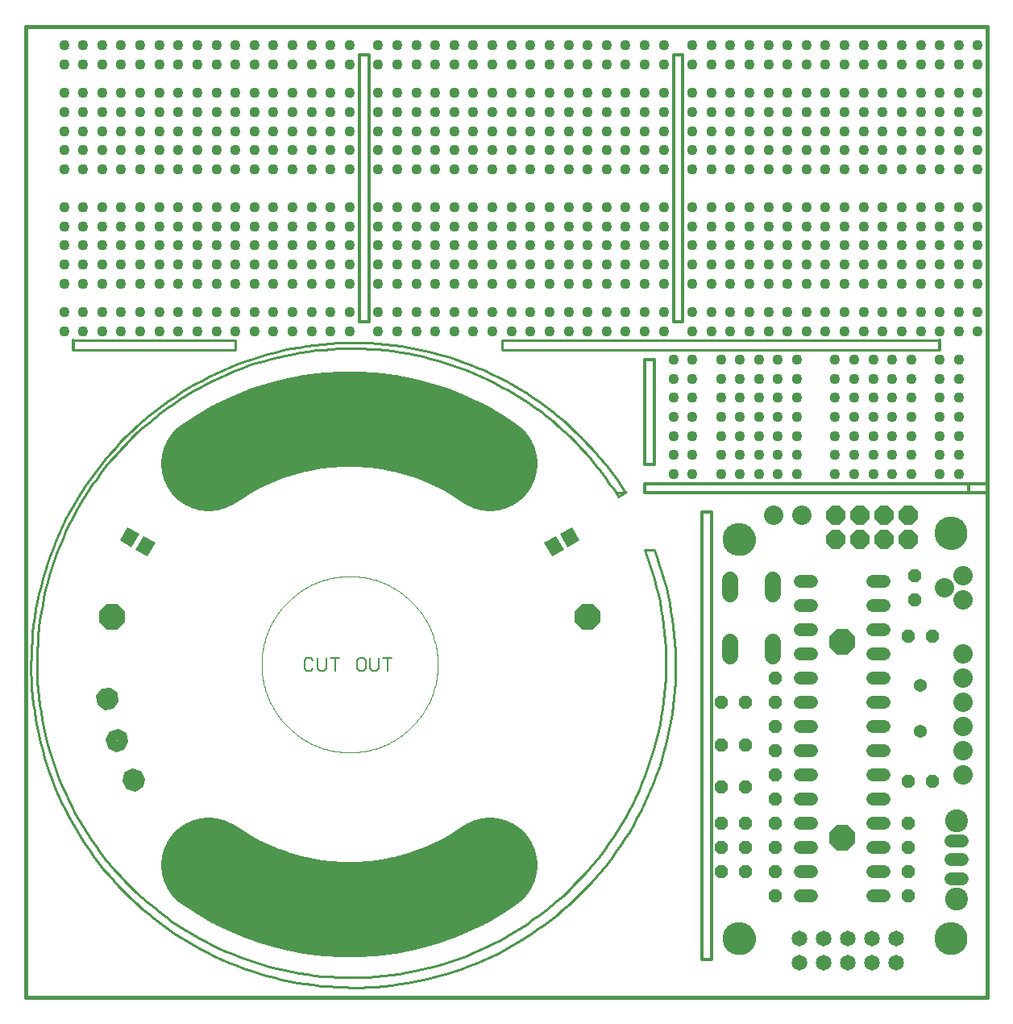
<source format=gbs>
G75*
%MOIN*%
%OFA0B0*%
%FSLAX25Y25*%
%IPPOS*%
%LPD*%
%AMOC8*
5,1,8,0,0,1.08239X$1,22.5*
%
%ADD10C,0.00000*%
%ADD11C,0.00500*%
%ADD12C,0.00000*%
%ADD13C,0.39370*%
%ADD14C,0.01600*%
%ADD15C,0.01200*%
%ADD16C,0.01000*%
%ADD17R,0.05718X0.06506*%
%ADD18C,0.01820*%
%ADD19OC8,0.10650*%
%ADD20OC8,0.05400*%
%ADD21C,0.05400*%
%ADD22C,0.13600*%
%ADD23C,0.08000*%
%ADD24OC8,0.08000*%
%ADD25C,0.06506*%
%ADD26C,0.05400*%
%ADD27OC8,0.10600*%
%ADD28C,0.05324*%
%ADD29C,0.09458*%
%ADD30C,0.06600*%
%ADD31C,0.04362*%
D10*
X0099241Y0163309D02*
X0099252Y0164203D01*
X0099285Y0165096D01*
X0099340Y0165988D01*
X0099416Y0166878D01*
X0099515Y0167767D01*
X0099635Y0168652D01*
X0099777Y0169535D01*
X0099941Y0170414D01*
X0100126Y0171288D01*
X0100332Y0172158D01*
X0100560Y0173022D01*
X0100809Y0173880D01*
X0101079Y0174732D01*
X0101370Y0175578D01*
X0101681Y0176415D01*
X0102013Y0177245D01*
X0102365Y0178067D01*
X0102737Y0178879D01*
X0103129Y0179682D01*
X0103541Y0180476D01*
X0103972Y0181259D01*
X0104422Y0182031D01*
X0104891Y0182792D01*
X0105378Y0183541D01*
X0105884Y0184278D01*
X0106408Y0185003D01*
X0106949Y0185714D01*
X0107507Y0186412D01*
X0108083Y0187096D01*
X0108675Y0187765D01*
X0109283Y0188420D01*
X0109907Y0189060D01*
X0110547Y0189684D01*
X0111202Y0190292D01*
X0111871Y0190884D01*
X0112555Y0191460D01*
X0113253Y0192018D01*
X0113964Y0192559D01*
X0114689Y0193083D01*
X0115426Y0193589D01*
X0116175Y0194076D01*
X0116936Y0194545D01*
X0117708Y0194995D01*
X0118491Y0195426D01*
X0119285Y0195838D01*
X0120088Y0196230D01*
X0120900Y0196602D01*
X0121722Y0196954D01*
X0122552Y0197286D01*
X0123389Y0197597D01*
X0124235Y0197888D01*
X0125087Y0198158D01*
X0125945Y0198407D01*
X0126809Y0198635D01*
X0127679Y0198841D01*
X0128553Y0199026D01*
X0129432Y0199190D01*
X0130315Y0199332D01*
X0131200Y0199452D01*
X0132089Y0199551D01*
X0132979Y0199627D01*
X0133871Y0199682D01*
X0134764Y0199715D01*
X0135658Y0199726D01*
X0136552Y0199715D01*
X0137445Y0199682D01*
X0138337Y0199627D01*
X0139227Y0199551D01*
X0140116Y0199452D01*
X0141001Y0199332D01*
X0141884Y0199190D01*
X0142763Y0199026D01*
X0143637Y0198841D01*
X0144507Y0198635D01*
X0145371Y0198407D01*
X0146229Y0198158D01*
X0147081Y0197888D01*
X0147927Y0197597D01*
X0148764Y0197286D01*
X0149594Y0196954D01*
X0150416Y0196602D01*
X0151228Y0196230D01*
X0152031Y0195838D01*
X0152825Y0195426D01*
X0153608Y0194995D01*
X0154380Y0194545D01*
X0155141Y0194076D01*
X0155890Y0193589D01*
X0156627Y0193083D01*
X0157352Y0192559D01*
X0158063Y0192018D01*
X0158761Y0191460D01*
X0159445Y0190884D01*
X0160114Y0190292D01*
X0160769Y0189684D01*
X0161409Y0189060D01*
X0162033Y0188420D01*
X0162641Y0187765D01*
X0163233Y0187096D01*
X0163809Y0186412D01*
X0164367Y0185714D01*
X0164908Y0185003D01*
X0165432Y0184278D01*
X0165938Y0183541D01*
X0166425Y0182792D01*
X0166894Y0182031D01*
X0167344Y0181259D01*
X0167775Y0180476D01*
X0168187Y0179682D01*
X0168579Y0178879D01*
X0168951Y0178067D01*
X0169303Y0177245D01*
X0169635Y0176415D01*
X0169946Y0175578D01*
X0170237Y0174732D01*
X0170507Y0173880D01*
X0170756Y0173022D01*
X0170984Y0172158D01*
X0171190Y0171288D01*
X0171375Y0170414D01*
X0171539Y0169535D01*
X0171681Y0168652D01*
X0171801Y0167767D01*
X0171900Y0166878D01*
X0171976Y0165988D01*
X0172031Y0165096D01*
X0172064Y0164203D01*
X0172075Y0163309D01*
X0172064Y0162415D01*
X0172031Y0161522D01*
X0171976Y0160630D01*
X0171900Y0159740D01*
X0171801Y0158851D01*
X0171681Y0157966D01*
X0171539Y0157083D01*
X0171375Y0156204D01*
X0171190Y0155330D01*
X0170984Y0154460D01*
X0170756Y0153596D01*
X0170507Y0152738D01*
X0170237Y0151886D01*
X0169946Y0151040D01*
X0169635Y0150203D01*
X0169303Y0149373D01*
X0168951Y0148551D01*
X0168579Y0147739D01*
X0168187Y0146936D01*
X0167775Y0146142D01*
X0167344Y0145359D01*
X0166894Y0144587D01*
X0166425Y0143826D01*
X0165938Y0143077D01*
X0165432Y0142340D01*
X0164908Y0141615D01*
X0164367Y0140904D01*
X0163809Y0140206D01*
X0163233Y0139522D01*
X0162641Y0138853D01*
X0162033Y0138198D01*
X0161409Y0137558D01*
X0160769Y0136934D01*
X0160114Y0136326D01*
X0159445Y0135734D01*
X0158761Y0135158D01*
X0158063Y0134600D01*
X0157352Y0134059D01*
X0156627Y0133535D01*
X0155890Y0133029D01*
X0155141Y0132542D01*
X0154380Y0132073D01*
X0153608Y0131623D01*
X0152825Y0131192D01*
X0152031Y0130780D01*
X0151228Y0130388D01*
X0150416Y0130016D01*
X0149594Y0129664D01*
X0148764Y0129332D01*
X0147927Y0129021D01*
X0147081Y0128730D01*
X0146229Y0128460D01*
X0145371Y0128211D01*
X0144507Y0127983D01*
X0143637Y0127777D01*
X0142763Y0127592D01*
X0141884Y0127428D01*
X0141001Y0127286D01*
X0140116Y0127166D01*
X0139227Y0127067D01*
X0138337Y0126991D01*
X0137445Y0126936D01*
X0136552Y0126903D01*
X0135658Y0126892D01*
X0134764Y0126903D01*
X0133871Y0126936D01*
X0132979Y0126991D01*
X0132089Y0127067D01*
X0131200Y0127166D01*
X0130315Y0127286D01*
X0129432Y0127428D01*
X0128553Y0127592D01*
X0127679Y0127777D01*
X0126809Y0127983D01*
X0125945Y0128211D01*
X0125087Y0128460D01*
X0124235Y0128730D01*
X0123389Y0129021D01*
X0122552Y0129332D01*
X0121722Y0129664D01*
X0120900Y0130016D01*
X0120088Y0130388D01*
X0119285Y0130780D01*
X0118491Y0131192D01*
X0117708Y0131623D01*
X0116936Y0132073D01*
X0116175Y0132542D01*
X0115426Y0133029D01*
X0114689Y0133535D01*
X0113964Y0134059D01*
X0113253Y0134600D01*
X0112555Y0135158D01*
X0111871Y0135734D01*
X0111202Y0136326D01*
X0110547Y0136934D01*
X0109907Y0137558D01*
X0109283Y0138198D01*
X0108675Y0138853D01*
X0108083Y0139522D01*
X0107507Y0140206D01*
X0106949Y0140904D01*
X0106408Y0141615D01*
X0105884Y0142340D01*
X0105378Y0143077D01*
X0104891Y0143826D01*
X0104422Y0144587D01*
X0103972Y0145359D01*
X0103541Y0146142D01*
X0103129Y0146936D01*
X0102737Y0147739D01*
X0102365Y0148551D01*
X0102013Y0149373D01*
X0101681Y0150203D01*
X0101370Y0151040D01*
X0101079Y0151886D01*
X0100809Y0152738D01*
X0100560Y0153596D01*
X0100332Y0154460D01*
X0100126Y0155330D01*
X0099941Y0156204D01*
X0099777Y0157083D01*
X0099635Y0157966D01*
X0099515Y0158851D01*
X0099416Y0159740D01*
X0099340Y0160630D01*
X0099285Y0161522D01*
X0099252Y0162415D01*
X0099241Y0163309D01*
D11*
X0116876Y0161508D02*
X0117778Y0160607D01*
X0119581Y0160607D01*
X0120483Y0161508D01*
X0122314Y0161508D02*
X0123216Y0160607D01*
X0125019Y0160607D01*
X0125921Y0161508D01*
X0125921Y0166017D01*
X0127752Y0166017D02*
X0131358Y0166017D01*
X0129555Y0166017D02*
X0129555Y0160607D01*
X0122314Y0161508D02*
X0122314Y0166017D01*
X0120483Y0165115D02*
X0119581Y0166017D01*
X0117778Y0166017D01*
X0116876Y0165115D01*
X0116876Y0161508D01*
X0138627Y0161508D02*
X0139529Y0160607D01*
X0141332Y0160607D01*
X0142234Y0161508D01*
X0142234Y0165115D01*
X0141332Y0166017D01*
X0139529Y0166017D01*
X0138627Y0165115D01*
X0138627Y0161508D01*
X0144065Y0161508D02*
X0144966Y0160607D01*
X0146770Y0160607D01*
X0147672Y0161508D01*
X0147672Y0166017D01*
X0149503Y0166017D02*
X0153109Y0166017D01*
X0151306Y0166017D02*
X0151306Y0160607D01*
X0144065Y0161508D02*
X0144065Y0166017D01*
X0144966Y0261985D02*
X0146770Y0261985D01*
X0147672Y0262886D01*
X0147672Y0267395D01*
X0149503Y0267395D02*
X0153109Y0267395D01*
X0151306Y0267395D02*
X0151306Y0261985D01*
X0144966Y0261985D02*
X0144065Y0262886D01*
X0144065Y0267395D01*
X0142234Y0266493D02*
X0142234Y0262886D01*
X0141332Y0261985D01*
X0139529Y0261985D01*
X0138627Y0262886D01*
X0138627Y0266493D01*
X0139529Y0267395D01*
X0141332Y0267395D01*
X0142234Y0266493D01*
X0131358Y0267395D02*
X0127752Y0267395D01*
X0129555Y0267395D02*
X0129555Y0261985D01*
X0125921Y0262886D02*
X0125921Y0267395D01*
X0122314Y0267395D02*
X0122314Y0262886D01*
X0123216Y0261985D01*
X0125019Y0261985D01*
X0125921Y0262886D01*
X0120483Y0262886D02*
X0119581Y0261985D01*
X0117778Y0261985D01*
X0116876Y0262886D01*
X0116876Y0266493D01*
X0117778Y0267395D01*
X0119581Y0267395D01*
X0120483Y0266493D01*
X0119581Y0064639D02*
X0117778Y0064639D01*
X0116876Y0063737D01*
X0116876Y0060130D01*
X0117778Y0059229D01*
X0119581Y0059229D01*
X0120483Y0060130D01*
X0122314Y0060130D02*
X0123216Y0059229D01*
X0125019Y0059229D01*
X0125921Y0060130D01*
X0125921Y0064639D01*
X0127752Y0064639D02*
X0131358Y0064639D01*
X0129555Y0064639D02*
X0129555Y0059229D01*
X0122314Y0060130D02*
X0122314Y0064639D01*
X0120483Y0063737D02*
X0119581Y0064639D01*
X0138627Y0063737D02*
X0138627Y0060130D01*
X0139529Y0059229D01*
X0141332Y0059229D01*
X0142234Y0060130D01*
X0142234Y0063737D01*
X0141332Y0064639D01*
X0139529Y0064639D01*
X0138627Y0063737D01*
X0144065Y0064639D02*
X0144065Y0060130D01*
X0144966Y0059229D01*
X0146770Y0059229D01*
X0147672Y0060130D01*
X0147672Y0064639D01*
X0149503Y0064639D02*
X0153109Y0064639D01*
X0151306Y0064639D02*
X0151306Y0059229D01*
D12*
X0187596Y0089134D02*
X0187812Y0089281D01*
X0188032Y0089424D01*
X0188255Y0089560D01*
X0188481Y0089692D01*
X0188710Y0089818D01*
X0188943Y0089938D01*
X0189178Y0090053D01*
X0189416Y0090162D01*
X0189656Y0090265D01*
X0189899Y0090362D01*
X0190144Y0090454D01*
X0190391Y0090539D01*
X0190640Y0090619D01*
X0190892Y0090692D01*
X0191144Y0090760D01*
X0191399Y0090821D01*
X0191655Y0090876D01*
X0191912Y0090925D01*
X0192170Y0090968D01*
X0192429Y0091004D01*
X0192689Y0091034D01*
X0192949Y0091058D01*
X0193210Y0091076D01*
X0193472Y0091087D01*
X0193733Y0091092D01*
X0193995Y0091090D01*
X0194256Y0091083D01*
X0194518Y0091069D01*
X0194779Y0091048D01*
X0195039Y0091022D01*
X0195298Y0090989D01*
X0195557Y0090949D01*
X0195815Y0090904D01*
X0196071Y0090852D01*
X0196326Y0090795D01*
X0196580Y0090731D01*
X0196832Y0090660D01*
X0197083Y0090584D01*
X0197331Y0090502D01*
X0197577Y0090414D01*
X0197821Y0090320D01*
X0198063Y0090220D01*
X0198303Y0090114D01*
X0198539Y0090003D01*
X0198773Y0089885D01*
X0199004Y0089763D01*
X0199232Y0089634D01*
X0199457Y0089500D01*
X0199678Y0089361D01*
X0199896Y0089217D01*
X0200111Y0089067D01*
X0200322Y0088912D01*
X0200529Y0088752D01*
X0200732Y0088587D01*
X0200931Y0088417D01*
X0201126Y0088243D01*
X0201317Y0088063D01*
X0201503Y0087880D01*
X0201685Y0087691D01*
X0201862Y0087499D01*
X0202034Y0087302D01*
X0202202Y0087101D01*
X0202365Y0086896D01*
X0202522Y0086688D01*
X0202675Y0086475D01*
X0202822Y0086259D01*
X0202965Y0086039D01*
X0203101Y0085816D01*
X0203233Y0085590D01*
X0203359Y0085361D01*
X0203479Y0085128D01*
X0203594Y0084893D01*
X0203703Y0084655D01*
X0203806Y0084415D01*
X0203903Y0084172D01*
X0203995Y0083927D01*
X0204080Y0083680D01*
X0204160Y0083431D01*
X0204233Y0083179D01*
X0204301Y0082927D01*
X0204362Y0082672D01*
X0204417Y0082416D01*
X0204466Y0082159D01*
X0204509Y0081901D01*
X0204545Y0081642D01*
X0204575Y0081382D01*
X0204599Y0081122D01*
X0204617Y0080861D01*
X0204628Y0080599D01*
X0204633Y0080338D01*
X0204631Y0080076D01*
X0204624Y0079815D01*
X0204610Y0079553D01*
X0204589Y0079292D01*
X0204563Y0079032D01*
X0204530Y0078773D01*
X0204490Y0078514D01*
X0204445Y0078256D01*
X0204393Y0078000D01*
X0204336Y0077745D01*
X0204272Y0077491D01*
X0204201Y0077239D01*
X0204125Y0076988D01*
X0204043Y0076740D01*
X0203955Y0076494D01*
X0203861Y0076250D01*
X0203761Y0076008D01*
X0203655Y0075768D01*
X0203544Y0075532D01*
X0203426Y0075298D01*
X0203304Y0075067D01*
X0203175Y0074839D01*
X0203041Y0074614D01*
X0202902Y0074393D01*
X0202758Y0074175D01*
X0202608Y0073960D01*
X0202453Y0073749D01*
X0202293Y0073542D01*
X0202128Y0073339D01*
X0201958Y0073140D01*
X0201784Y0072945D01*
X0201604Y0072754D01*
X0201421Y0072568D01*
X0201232Y0072386D01*
X0201040Y0072209D01*
X0200843Y0072037D01*
X0200642Y0071869D01*
X0200437Y0071706D01*
X0200229Y0071549D01*
X0200016Y0071396D01*
X0197751Y0069851D01*
X0195449Y0068362D01*
X0193112Y0066929D01*
X0190740Y0065554D01*
X0188335Y0064238D01*
X0185899Y0062980D01*
X0183433Y0061783D01*
X0180938Y0060646D01*
X0178416Y0059570D01*
X0175869Y0058557D01*
X0173297Y0057605D01*
X0170704Y0056717D01*
X0168089Y0055893D01*
X0165455Y0055133D01*
X0162803Y0054437D01*
X0160135Y0053806D01*
X0157452Y0053241D01*
X0154756Y0052741D01*
X0152049Y0052308D01*
X0149332Y0051940D01*
X0146607Y0051640D01*
X0143876Y0051405D01*
X0141139Y0051238D01*
X0138399Y0051137D01*
X0135658Y0051104D01*
X0132917Y0051137D01*
X0130177Y0051238D01*
X0127440Y0051405D01*
X0124709Y0051640D01*
X0121984Y0051940D01*
X0119267Y0052308D01*
X0116560Y0052741D01*
X0113864Y0053241D01*
X0111181Y0053806D01*
X0108513Y0054437D01*
X0105861Y0055133D01*
X0103227Y0055893D01*
X0100612Y0056717D01*
X0098019Y0057605D01*
X0095447Y0058557D01*
X0092900Y0059570D01*
X0090378Y0060646D01*
X0087883Y0061783D01*
X0085417Y0062980D01*
X0082981Y0064238D01*
X0080576Y0065554D01*
X0078204Y0066929D01*
X0075867Y0068362D01*
X0073565Y0069851D01*
X0071300Y0071396D01*
X0071087Y0071549D01*
X0070879Y0071706D01*
X0070674Y0071869D01*
X0070473Y0072037D01*
X0070276Y0072209D01*
X0070084Y0072386D01*
X0069895Y0072568D01*
X0069712Y0072754D01*
X0069532Y0072945D01*
X0069358Y0073140D01*
X0069188Y0073339D01*
X0069023Y0073542D01*
X0068863Y0073749D01*
X0068708Y0073960D01*
X0068558Y0074175D01*
X0068414Y0074393D01*
X0068275Y0074614D01*
X0068141Y0074839D01*
X0068012Y0075067D01*
X0067890Y0075298D01*
X0067772Y0075532D01*
X0067661Y0075768D01*
X0067555Y0076008D01*
X0067455Y0076250D01*
X0067361Y0076494D01*
X0067273Y0076740D01*
X0067191Y0076988D01*
X0067115Y0077239D01*
X0067044Y0077491D01*
X0066980Y0077745D01*
X0066923Y0078000D01*
X0066871Y0078256D01*
X0066826Y0078514D01*
X0066786Y0078773D01*
X0066753Y0079032D01*
X0066727Y0079292D01*
X0066706Y0079553D01*
X0066692Y0079815D01*
X0066685Y0080076D01*
X0066683Y0080338D01*
X0066688Y0080599D01*
X0066699Y0080861D01*
X0066717Y0081122D01*
X0066741Y0081382D01*
X0066771Y0081642D01*
X0066807Y0081901D01*
X0066850Y0082159D01*
X0066899Y0082416D01*
X0066954Y0082672D01*
X0067015Y0082927D01*
X0067083Y0083179D01*
X0067156Y0083431D01*
X0067236Y0083680D01*
X0067321Y0083927D01*
X0067413Y0084172D01*
X0067510Y0084415D01*
X0067613Y0084655D01*
X0067722Y0084893D01*
X0067837Y0085128D01*
X0067957Y0085361D01*
X0068083Y0085590D01*
X0068215Y0085816D01*
X0068351Y0086039D01*
X0068494Y0086259D01*
X0068641Y0086475D01*
X0068794Y0086688D01*
X0068951Y0086896D01*
X0069114Y0087101D01*
X0069282Y0087302D01*
X0069454Y0087499D01*
X0069631Y0087691D01*
X0069813Y0087880D01*
X0069999Y0088063D01*
X0070190Y0088243D01*
X0070385Y0088417D01*
X0070584Y0088587D01*
X0070787Y0088752D01*
X0070994Y0088912D01*
X0071205Y0089067D01*
X0071420Y0089217D01*
X0071638Y0089361D01*
X0071859Y0089500D01*
X0072084Y0089634D01*
X0072312Y0089763D01*
X0072543Y0089885D01*
X0072777Y0090003D01*
X0073013Y0090114D01*
X0073253Y0090220D01*
X0073495Y0090320D01*
X0073739Y0090414D01*
X0073985Y0090502D01*
X0074233Y0090584D01*
X0074484Y0090660D01*
X0074736Y0090731D01*
X0074990Y0090795D01*
X0075245Y0090852D01*
X0075501Y0090904D01*
X0075759Y0090949D01*
X0076018Y0090989D01*
X0076277Y0091022D01*
X0076537Y0091048D01*
X0076798Y0091069D01*
X0077060Y0091083D01*
X0077321Y0091090D01*
X0077583Y0091092D01*
X0077844Y0091087D01*
X0078106Y0091076D01*
X0078367Y0091058D01*
X0078627Y0091034D01*
X0078887Y0091004D01*
X0079146Y0090968D01*
X0079404Y0090925D01*
X0079661Y0090876D01*
X0079917Y0090821D01*
X0080172Y0090760D01*
X0080424Y0090692D01*
X0080676Y0090619D01*
X0080925Y0090539D01*
X0081172Y0090454D01*
X0081417Y0090362D01*
X0081660Y0090265D01*
X0081900Y0090162D01*
X0082138Y0090053D01*
X0082373Y0089938D01*
X0082606Y0089818D01*
X0082835Y0089692D01*
X0083061Y0089560D01*
X0083284Y0089424D01*
X0083504Y0089281D01*
X0083720Y0089134D01*
X0085548Y0087887D01*
X0087406Y0086685D01*
X0089292Y0085529D01*
X0091206Y0084420D01*
X0093147Y0083357D01*
X0095113Y0082342D01*
X0097103Y0081376D01*
X0099117Y0080458D01*
X0101152Y0079590D01*
X0103207Y0078772D01*
X0105283Y0078005D01*
X0107376Y0077288D01*
X0109486Y0076623D01*
X0111612Y0076009D01*
X0113752Y0075448D01*
X0115905Y0074939D01*
X0118070Y0074483D01*
X0120245Y0074079D01*
X0122430Y0073729D01*
X0124623Y0073433D01*
X0126822Y0073190D01*
X0129026Y0073001D01*
X0131235Y0072866D01*
X0133446Y0072785D01*
X0135658Y0072758D01*
X0137870Y0072785D01*
X0140081Y0072866D01*
X0142290Y0073001D01*
X0144494Y0073190D01*
X0146693Y0073433D01*
X0148886Y0073729D01*
X0151071Y0074079D01*
X0153246Y0074483D01*
X0155411Y0074939D01*
X0157564Y0075448D01*
X0159704Y0076009D01*
X0161830Y0076623D01*
X0163940Y0077288D01*
X0166033Y0078005D01*
X0168109Y0078772D01*
X0170164Y0079590D01*
X0172199Y0080458D01*
X0174213Y0081376D01*
X0176203Y0082342D01*
X0178169Y0083357D01*
X0180110Y0084420D01*
X0182024Y0085529D01*
X0183910Y0086685D01*
X0185768Y0087887D01*
X0187596Y0089134D01*
X0200016Y0255222D02*
X0197751Y0256767D01*
X0195449Y0258256D01*
X0193112Y0259689D01*
X0190740Y0261064D01*
X0188335Y0262380D01*
X0185899Y0263638D01*
X0183433Y0264835D01*
X0180938Y0265972D01*
X0178416Y0267048D01*
X0175869Y0268061D01*
X0173297Y0269013D01*
X0170704Y0269901D01*
X0168089Y0270725D01*
X0165455Y0271485D01*
X0162803Y0272181D01*
X0160135Y0272812D01*
X0157452Y0273377D01*
X0154756Y0273877D01*
X0152049Y0274310D01*
X0149332Y0274678D01*
X0146607Y0274978D01*
X0143876Y0275213D01*
X0141139Y0275380D01*
X0138399Y0275481D01*
X0135658Y0275514D01*
X0132917Y0275481D01*
X0130177Y0275380D01*
X0127440Y0275213D01*
X0124709Y0274978D01*
X0121984Y0274678D01*
X0119267Y0274310D01*
X0116560Y0273877D01*
X0113864Y0273377D01*
X0111181Y0272812D01*
X0108513Y0272181D01*
X0105861Y0271485D01*
X0103227Y0270725D01*
X0100612Y0269901D01*
X0098019Y0269013D01*
X0095447Y0268061D01*
X0092900Y0267048D01*
X0090378Y0265972D01*
X0087883Y0264835D01*
X0085417Y0263638D01*
X0082981Y0262380D01*
X0080576Y0261064D01*
X0078204Y0259689D01*
X0075867Y0258256D01*
X0073565Y0256767D01*
X0071300Y0255222D01*
X0071087Y0255069D01*
X0070879Y0254912D01*
X0070674Y0254749D01*
X0070473Y0254581D01*
X0070276Y0254409D01*
X0070084Y0254232D01*
X0069895Y0254050D01*
X0069712Y0253864D01*
X0069532Y0253673D01*
X0069358Y0253478D01*
X0069188Y0253279D01*
X0069023Y0253076D01*
X0068863Y0252869D01*
X0068708Y0252658D01*
X0068558Y0252443D01*
X0068414Y0252225D01*
X0068275Y0252004D01*
X0068141Y0251779D01*
X0068012Y0251551D01*
X0067890Y0251320D01*
X0067772Y0251086D01*
X0067661Y0250850D01*
X0067555Y0250610D01*
X0067455Y0250368D01*
X0067361Y0250124D01*
X0067273Y0249878D01*
X0067191Y0249630D01*
X0067115Y0249379D01*
X0067044Y0249127D01*
X0066980Y0248873D01*
X0066923Y0248618D01*
X0066871Y0248362D01*
X0066826Y0248104D01*
X0066786Y0247845D01*
X0066753Y0247586D01*
X0066727Y0247326D01*
X0066706Y0247065D01*
X0066692Y0246803D01*
X0066685Y0246542D01*
X0066683Y0246280D01*
X0066688Y0246019D01*
X0066699Y0245757D01*
X0066717Y0245496D01*
X0066741Y0245236D01*
X0066771Y0244976D01*
X0066807Y0244717D01*
X0066850Y0244459D01*
X0066899Y0244202D01*
X0066954Y0243946D01*
X0067015Y0243691D01*
X0067083Y0243439D01*
X0067156Y0243187D01*
X0067236Y0242938D01*
X0067321Y0242691D01*
X0067413Y0242446D01*
X0067510Y0242203D01*
X0067613Y0241963D01*
X0067722Y0241725D01*
X0067837Y0241490D01*
X0067957Y0241257D01*
X0068083Y0241028D01*
X0068215Y0240802D01*
X0068351Y0240579D01*
X0068494Y0240359D01*
X0068641Y0240143D01*
X0068794Y0239930D01*
X0068951Y0239722D01*
X0069114Y0239517D01*
X0069282Y0239316D01*
X0069454Y0239119D01*
X0069631Y0238927D01*
X0069813Y0238738D01*
X0069999Y0238555D01*
X0070190Y0238375D01*
X0070385Y0238201D01*
X0070584Y0238031D01*
X0070787Y0237866D01*
X0070994Y0237706D01*
X0071205Y0237551D01*
X0071420Y0237401D01*
X0071638Y0237257D01*
X0071859Y0237118D01*
X0072084Y0236984D01*
X0072312Y0236855D01*
X0072543Y0236733D01*
X0072777Y0236615D01*
X0073013Y0236504D01*
X0073253Y0236398D01*
X0073495Y0236298D01*
X0073739Y0236204D01*
X0073985Y0236116D01*
X0074233Y0236034D01*
X0074484Y0235958D01*
X0074736Y0235887D01*
X0074990Y0235823D01*
X0075245Y0235766D01*
X0075501Y0235714D01*
X0075759Y0235669D01*
X0076018Y0235629D01*
X0076277Y0235596D01*
X0076537Y0235570D01*
X0076798Y0235549D01*
X0077060Y0235535D01*
X0077321Y0235528D01*
X0077583Y0235526D01*
X0077844Y0235531D01*
X0078106Y0235542D01*
X0078367Y0235560D01*
X0078627Y0235584D01*
X0078887Y0235614D01*
X0079146Y0235650D01*
X0079404Y0235693D01*
X0079661Y0235742D01*
X0079917Y0235797D01*
X0080172Y0235858D01*
X0080424Y0235926D01*
X0080676Y0235999D01*
X0080925Y0236079D01*
X0081172Y0236164D01*
X0081417Y0236256D01*
X0081660Y0236353D01*
X0081900Y0236456D01*
X0082138Y0236565D01*
X0082373Y0236680D01*
X0082606Y0236800D01*
X0082835Y0236926D01*
X0083061Y0237058D01*
X0083284Y0237194D01*
X0083504Y0237337D01*
X0083720Y0237484D01*
X0085548Y0238731D01*
X0087406Y0239933D01*
X0089292Y0241089D01*
X0091206Y0242198D01*
X0093147Y0243261D01*
X0095113Y0244276D01*
X0097103Y0245242D01*
X0099117Y0246160D01*
X0101152Y0247028D01*
X0103207Y0247846D01*
X0105283Y0248613D01*
X0107376Y0249330D01*
X0109486Y0249995D01*
X0111612Y0250609D01*
X0113752Y0251170D01*
X0115905Y0251679D01*
X0118070Y0252135D01*
X0120245Y0252539D01*
X0122430Y0252889D01*
X0124623Y0253185D01*
X0126822Y0253428D01*
X0129026Y0253617D01*
X0131235Y0253752D01*
X0133446Y0253833D01*
X0135658Y0253860D01*
X0137870Y0253833D01*
X0140081Y0253752D01*
X0142290Y0253617D01*
X0144494Y0253428D01*
X0146693Y0253185D01*
X0148886Y0252889D01*
X0151071Y0252539D01*
X0153246Y0252135D01*
X0155411Y0251679D01*
X0157564Y0251170D01*
X0159704Y0250609D01*
X0161830Y0249995D01*
X0163940Y0249330D01*
X0166033Y0248613D01*
X0168109Y0247846D01*
X0170164Y0247028D01*
X0172199Y0246160D01*
X0174213Y0245242D01*
X0176203Y0244276D01*
X0178169Y0243261D01*
X0180110Y0242198D01*
X0182024Y0241089D01*
X0183910Y0239933D01*
X0185768Y0238731D01*
X0187596Y0237484D01*
X0187812Y0237337D01*
X0188032Y0237194D01*
X0188255Y0237058D01*
X0188481Y0236926D01*
X0188710Y0236800D01*
X0188943Y0236680D01*
X0189178Y0236565D01*
X0189416Y0236456D01*
X0189656Y0236353D01*
X0189899Y0236256D01*
X0190144Y0236164D01*
X0190391Y0236079D01*
X0190640Y0235999D01*
X0190892Y0235926D01*
X0191144Y0235858D01*
X0191399Y0235797D01*
X0191655Y0235742D01*
X0191912Y0235693D01*
X0192170Y0235650D01*
X0192429Y0235614D01*
X0192689Y0235584D01*
X0192949Y0235560D01*
X0193210Y0235542D01*
X0193472Y0235531D01*
X0193733Y0235526D01*
X0193995Y0235528D01*
X0194256Y0235535D01*
X0194518Y0235549D01*
X0194779Y0235570D01*
X0195039Y0235596D01*
X0195298Y0235629D01*
X0195557Y0235669D01*
X0195815Y0235714D01*
X0196071Y0235766D01*
X0196326Y0235823D01*
X0196580Y0235887D01*
X0196832Y0235958D01*
X0197083Y0236034D01*
X0197331Y0236116D01*
X0197577Y0236204D01*
X0197821Y0236298D01*
X0198063Y0236398D01*
X0198303Y0236504D01*
X0198539Y0236615D01*
X0198773Y0236733D01*
X0199004Y0236855D01*
X0199232Y0236984D01*
X0199457Y0237118D01*
X0199678Y0237257D01*
X0199896Y0237401D01*
X0200111Y0237551D01*
X0200322Y0237706D01*
X0200529Y0237866D01*
X0200732Y0238031D01*
X0200931Y0238201D01*
X0201126Y0238375D01*
X0201317Y0238555D01*
X0201503Y0238738D01*
X0201685Y0238927D01*
X0201862Y0239119D01*
X0202034Y0239316D01*
X0202202Y0239517D01*
X0202365Y0239722D01*
X0202522Y0239930D01*
X0202675Y0240143D01*
X0202822Y0240359D01*
X0202965Y0240579D01*
X0203101Y0240802D01*
X0203233Y0241028D01*
X0203359Y0241257D01*
X0203479Y0241490D01*
X0203594Y0241725D01*
X0203703Y0241963D01*
X0203806Y0242203D01*
X0203903Y0242446D01*
X0203995Y0242691D01*
X0204080Y0242938D01*
X0204160Y0243187D01*
X0204233Y0243439D01*
X0204301Y0243691D01*
X0204362Y0243946D01*
X0204417Y0244202D01*
X0204466Y0244459D01*
X0204509Y0244717D01*
X0204545Y0244976D01*
X0204575Y0245236D01*
X0204599Y0245496D01*
X0204617Y0245757D01*
X0204628Y0246019D01*
X0204633Y0246280D01*
X0204631Y0246542D01*
X0204624Y0246803D01*
X0204610Y0247065D01*
X0204589Y0247326D01*
X0204563Y0247586D01*
X0204530Y0247845D01*
X0204490Y0248104D01*
X0204445Y0248362D01*
X0204393Y0248618D01*
X0204336Y0248873D01*
X0204272Y0249127D01*
X0204201Y0249379D01*
X0204125Y0249630D01*
X0204043Y0249878D01*
X0203955Y0250124D01*
X0203861Y0250368D01*
X0203761Y0250610D01*
X0203655Y0250850D01*
X0203544Y0251086D01*
X0203426Y0251320D01*
X0203304Y0251551D01*
X0203175Y0251779D01*
X0203041Y0252004D01*
X0202902Y0252225D01*
X0202758Y0252443D01*
X0202608Y0252658D01*
X0202453Y0252869D01*
X0202293Y0253076D01*
X0202128Y0253279D01*
X0201958Y0253478D01*
X0201784Y0253673D01*
X0201604Y0253864D01*
X0201421Y0254050D01*
X0201232Y0254232D01*
X0201040Y0254409D01*
X0200843Y0254581D01*
X0200642Y0254749D01*
X0200437Y0254912D01*
X0200229Y0255069D01*
X0200016Y0255222D01*
X0290320Y0215002D02*
X0290322Y0215163D01*
X0290328Y0215323D01*
X0290338Y0215484D01*
X0290352Y0215644D01*
X0290370Y0215804D01*
X0290391Y0215963D01*
X0290417Y0216122D01*
X0290447Y0216280D01*
X0290480Y0216437D01*
X0290518Y0216594D01*
X0290559Y0216749D01*
X0290604Y0216903D01*
X0290653Y0217056D01*
X0290706Y0217208D01*
X0290762Y0217359D01*
X0290823Y0217508D01*
X0290886Y0217656D01*
X0290954Y0217802D01*
X0291025Y0217946D01*
X0291099Y0218088D01*
X0291177Y0218229D01*
X0291259Y0218367D01*
X0291344Y0218504D01*
X0291432Y0218638D01*
X0291524Y0218770D01*
X0291619Y0218900D01*
X0291717Y0219028D01*
X0291818Y0219153D01*
X0291922Y0219275D01*
X0292029Y0219395D01*
X0292139Y0219512D01*
X0292252Y0219627D01*
X0292368Y0219738D01*
X0292487Y0219847D01*
X0292608Y0219952D01*
X0292732Y0220055D01*
X0292858Y0220155D01*
X0292986Y0220251D01*
X0293117Y0220344D01*
X0293251Y0220434D01*
X0293386Y0220521D01*
X0293524Y0220604D01*
X0293663Y0220684D01*
X0293805Y0220760D01*
X0293948Y0220833D01*
X0294093Y0220902D01*
X0294240Y0220968D01*
X0294388Y0221030D01*
X0294538Y0221088D01*
X0294689Y0221143D01*
X0294842Y0221194D01*
X0294996Y0221241D01*
X0295151Y0221284D01*
X0295307Y0221323D01*
X0295463Y0221359D01*
X0295621Y0221390D01*
X0295779Y0221418D01*
X0295938Y0221442D01*
X0296098Y0221462D01*
X0296258Y0221478D01*
X0296418Y0221490D01*
X0296579Y0221498D01*
X0296740Y0221502D01*
X0296900Y0221502D01*
X0297061Y0221498D01*
X0297222Y0221490D01*
X0297382Y0221478D01*
X0297542Y0221462D01*
X0297702Y0221442D01*
X0297861Y0221418D01*
X0298019Y0221390D01*
X0298177Y0221359D01*
X0298333Y0221323D01*
X0298489Y0221284D01*
X0298644Y0221241D01*
X0298798Y0221194D01*
X0298951Y0221143D01*
X0299102Y0221088D01*
X0299252Y0221030D01*
X0299400Y0220968D01*
X0299547Y0220902D01*
X0299692Y0220833D01*
X0299835Y0220760D01*
X0299977Y0220684D01*
X0300116Y0220604D01*
X0300254Y0220521D01*
X0300389Y0220434D01*
X0300523Y0220344D01*
X0300654Y0220251D01*
X0300782Y0220155D01*
X0300908Y0220055D01*
X0301032Y0219952D01*
X0301153Y0219847D01*
X0301272Y0219738D01*
X0301388Y0219627D01*
X0301501Y0219512D01*
X0301611Y0219395D01*
X0301718Y0219275D01*
X0301822Y0219153D01*
X0301923Y0219028D01*
X0302021Y0218900D01*
X0302116Y0218770D01*
X0302208Y0218638D01*
X0302296Y0218504D01*
X0302381Y0218367D01*
X0302463Y0218229D01*
X0302541Y0218088D01*
X0302615Y0217946D01*
X0302686Y0217802D01*
X0302754Y0217656D01*
X0302817Y0217508D01*
X0302878Y0217359D01*
X0302934Y0217208D01*
X0302987Y0217056D01*
X0303036Y0216903D01*
X0303081Y0216749D01*
X0303122Y0216594D01*
X0303160Y0216437D01*
X0303193Y0216280D01*
X0303223Y0216122D01*
X0303249Y0215963D01*
X0303270Y0215804D01*
X0303288Y0215644D01*
X0303302Y0215484D01*
X0303312Y0215323D01*
X0303318Y0215163D01*
X0303320Y0215002D01*
X0303318Y0214841D01*
X0303312Y0214681D01*
X0303302Y0214520D01*
X0303288Y0214360D01*
X0303270Y0214200D01*
X0303249Y0214041D01*
X0303223Y0213882D01*
X0303193Y0213724D01*
X0303160Y0213567D01*
X0303122Y0213410D01*
X0303081Y0213255D01*
X0303036Y0213101D01*
X0302987Y0212948D01*
X0302934Y0212796D01*
X0302878Y0212645D01*
X0302817Y0212496D01*
X0302754Y0212348D01*
X0302686Y0212202D01*
X0302615Y0212058D01*
X0302541Y0211916D01*
X0302463Y0211775D01*
X0302381Y0211637D01*
X0302296Y0211500D01*
X0302208Y0211366D01*
X0302116Y0211234D01*
X0302021Y0211104D01*
X0301923Y0210976D01*
X0301822Y0210851D01*
X0301718Y0210729D01*
X0301611Y0210609D01*
X0301501Y0210492D01*
X0301388Y0210377D01*
X0301272Y0210266D01*
X0301153Y0210157D01*
X0301032Y0210052D01*
X0300908Y0209949D01*
X0300782Y0209849D01*
X0300654Y0209753D01*
X0300523Y0209660D01*
X0300389Y0209570D01*
X0300254Y0209483D01*
X0300116Y0209400D01*
X0299977Y0209320D01*
X0299835Y0209244D01*
X0299692Y0209171D01*
X0299547Y0209102D01*
X0299400Y0209036D01*
X0299252Y0208974D01*
X0299102Y0208916D01*
X0298951Y0208861D01*
X0298798Y0208810D01*
X0298644Y0208763D01*
X0298489Y0208720D01*
X0298333Y0208681D01*
X0298177Y0208645D01*
X0298019Y0208614D01*
X0297861Y0208586D01*
X0297702Y0208562D01*
X0297542Y0208542D01*
X0297382Y0208526D01*
X0297222Y0208514D01*
X0297061Y0208506D01*
X0296900Y0208502D01*
X0296740Y0208502D01*
X0296579Y0208506D01*
X0296418Y0208514D01*
X0296258Y0208526D01*
X0296098Y0208542D01*
X0295938Y0208562D01*
X0295779Y0208586D01*
X0295621Y0208614D01*
X0295463Y0208645D01*
X0295307Y0208681D01*
X0295151Y0208720D01*
X0294996Y0208763D01*
X0294842Y0208810D01*
X0294689Y0208861D01*
X0294538Y0208916D01*
X0294388Y0208974D01*
X0294240Y0209036D01*
X0294093Y0209102D01*
X0293948Y0209171D01*
X0293805Y0209244D01*
X0293663Y0209320D01*
X0293524Y0209400D01*
X0293386Y0209483D01*
X0293251Y0209570D01*
X0293117Y0209660D01*
X0292986Y0209753D01*
X0292858Y0209849D01*
X0292732Y0209949D01*
X0292608Y0210052D01*
X0292487Y0210157D01*
X0292368Y0210266D01*
X0292252Y0210377D01*
X0292139Y0210492D01*
X0292029Y0210609D01*
X0291922Y0210729D01*
X0291818Y0210851D01*
X0291717Y0210976D01*
X0291619Y0211104D01*
X0291524Y0211234D01*
X0291432Y0211366D01*
X0291344Y0211500D01*
X0291259Y0211637D01*
X0291177Y0211775D01*
X0291099Y0211916D01*
X0291025Y0212058D01*
X0290954Y0212202D01*
X0290886Y0212348D01*
X0290823Y0212496D01*
X0290762Y0212645D01*
X0290706Y0212796D01*
X0290653Y0212948D01*
X0290604Y0213101D01*
X0290559Y0213255D01*
X0290518Y0213410D01*
X0290480Y0213567D01*
X0290447Y0213724D01*
X0290417Y0213882D01*
X0290391Y0214041D01*
X0290370Y0214200D01*
X0290352Y0214360D01*
X0290338Y0214520D01*
X0290328Y0214681D01*
X0290322Y0214841D01*
X0290320Y0215002D01*
X0377820Y0217502D02*
X0377822Y0217663D01*
X0377828Y0217823D01*
X0377838Y0217984D01*
X0377852Y0218144D01*
X0377870Y0218304D01*
X0377891Y0218463D01*
X0377917Y0218622D01*
X0377947Y0218780D01*
X0377980Y0218937D01*
X0378018Y0219094D01*
X0378059Y0219249D01*
X0378104Y0219403D01*
X0378153Y0219556D01*
X0378206Y0219708D01*
X0378262Y0219859D01*
X0378323Y0220008D01*
X0378386Y0220156D01*
X0378454Y0220302D01*
X0378525Y0220446D01*
X0378599Y0220588D01*
X0378677Y0220729D01*
X0378759Y0220867D01*
X0378844Y0221004D01*
X0378932Y0221138D01*
X0379024Y0221270D01*
X0379119Y0221400D01*
X0379217Y0221528D01*
X0379318Y0221653D01*
X0379422Y0221775D01*
X0379529Y0221895D01*
X0379639Y0222012D01*
X0379752Y0222127D01*
X0379868Y0222238D01*
X0379987Y0222347D01*
X0380108Y0222452D01*
X0380232Y0222555D01*
X0380358Y0222655D01*
X0380486Y0222751D01*
X0380617Y0222844D01*
X0380751Y0222934D01*
X0380886Y0223021D01*
X0381024Y0223104D01*
X0381163Y0223184D01*
X0381305Y0223260D01*
X0381448Y0223333D01*
X0381593Y0223402D01*
X0381740Y0223468D01*
X0381888Y0223530D01*
X0382038Y0223588D01*
X0382189Y0223643D01*
X0382342Y0223694D01*
X0382496Y0223741D01*
X0382651Y0223784D01*
X0382807Y0223823D01*
X0382963Y0223859D01*
X0383121Y0223890D01*
X0383279Y0223918D01*
X0383438Y0223942D01*
X0383598Y0223962D01*
X0383758Y0223978D01*
X0383918Y0223990D01*
X0384079Y0223998D01*
X0384240Y0224002D01*
X0384400Y0224002D01*
X0384561Y0223998D01*
X0384722Y0223990D01*
X0384882Y0223978D01*
X0385042Y0223962D01*
X0385202Y0223942D01*
X0385361Y0223918D01*
X0385519Y0223890D01*
X0385677Y0223859D01*
X0385833Y0223823D01*
X0385989Y0223784D01*
X0386144Y0223741D01*
X0386298Y0223694D01*
X0386451Y0223643D01*
X0386602Y0223588D01*
X0386752Y0223530D01*
X0386900Y0223468D01*
X0387047Y0223402D01*
X0387192Y0223333D01*
X0387335Y0223260D01*
X0387477Y0223184D01*
X0387616Y0223104D01*
X0387754Y0223021D01*
X0387889Y0222934D01*
X0388023Y0222844D01*
X0388154Y0222751D01*
X0388282Y0222655D01*
X0388408Y0222555D01*
X0388532Y0222452D01*
X0388653Y0222347D01*
X0388772Y0222238D01*
X0388888Y0222127D01*
X0389001Y0222012D01*
X0389111Y0221895D01*
X0389218Y0221775D01*
X0389322Y0221653D01*
X0389423Y0221528D01*
X0389521Y0221400D01*
X0389616Y0221270D01*
X0389708Y0221138D01*
X0389796Y0221004D01*
X0389881Y0220867D01*
X0389963Y0220729D01*
X0390041Y0220588D01*
X0390115Y0220446D01*
X0390186Y0220302D01*
X0390254Y0220156D01*
X0390317Y0220008D01*
X0390378Y0219859D01*
X0390434Y0219708D01*
X0390487Y0219556D01*
X0390536Y0219403D01*
X0390581Y0219249D01*
X0390622Y0219094D01*
X0390660Y0218937D01*
X0390693Y0218780D01*
X0390723Y0218622D01*
X0390749Y0218463D01*
X0390770Y0218304D01*
X0390788Y0218144D01*
X0390802Y0217984D01*
X0390812Y0217823D01*
X0390818Y0217663D01*
X0390820Y0217502D01*
X0390818Y0217341D01*
X0390812Y0217181D01*
X0390802Y0217020D01*
X0390788Y0216860D01*
X0390770Y0216700D01*
X0390749Y0216541D01*
X0390723Y0216382D01*
X0390693Y0216224D01*
X0390660Y0216067D01*
X0390622Y0215910D01*
X0390581Y0215755D01*
X0390536Y0215601D01*
X0390487Y0215448D01*
X0390434Y0215296D01*
X0390378Y0215145D01*
X0390317Y0214996D01*
X0390254Y0214848D01*
X0390186Y0214702D01*
X0390115Y0214558D01*
X0390041Y0214416D01*
X0389963Y0214275D01*
X0389881Y0214137D01*
X0389796Y0214000D01*
X0389708Y0213866D01*
X0389616Y0213734D01*
X0389521Y0213604D01*
X0389423Y0213476D01*
X0389322Y0213351D01*
X0389218Y0213229D01*
X0389111Y0213109D01*
X0389001Y0212992D01*
X0388888Y0212877D01*
X0388772Y0212766D01*
X0388653Y0212657D01*
X0388532Y0212552D01*
X0388408Y0212449D01*
X0388282Y0212349D01*
X0388154Y0212253D01*
X0388023Y0212160D01*
X0387889Y0212070D01*
X0387754Y0211983D01*
X0387616Y0211900D01*
X0387477Y0211820D01*
X0387335Y0211744D01*
X0387192Y0211671D01*
X0387047Y0211602D01*
X0386900Y0211536D01*
X0386752Y0211474D01*
X0386602Y0211416D01*
X0386451Y0211361D01*
X0386298Y0211310D01*
X0386144Y0211263D01*
X0385989Y0211220D01*
X0385833Y0211181D01*
X0385677Y0211145D01*
X0385519Y0211114D01*
X0385361Y0211086D01*
X0385202Y0211062D01*
X0385042Y0211042D01*
X0384882Y0211026D01*
X0384722Y0211014D01*
X0384561Y0211006D01*
X0384400Y0211002D01*
X0384240Y0211002D01*
X0384079Y0211006D01*
X0383918Y0211014D01*
X0383758Y0211026D01*
X0383598Y0211042D01*
X0383438Y0211062D01*
X0383279Y0211086D01*
X0383121Y0211114D01*
X0382963Y0211145D01*
X0382807Y0211181D01*
X0382651Y0211220D01*
X0382496Y0211263D01*
X0382342Y0211310D01*
X0382189Y0211361D01*
X0382038Y0211416D01*
X0381888Y0211474D01*
X0381740Y0211536D01*
X0381593Y0211602D01*
X0381448Y0211671D01*
X0381305Y0211744D01*
X0381163Y0211820D01*
X0381024Y0211900D01*
X0380886Y0211983D01*
X0380751Y0212070D01*
X0380617Y0212160D01*
X0380486Y0212253D01*
X0380358Y0212349D01*
X0380232Y0212449D01*
X0380108Y0212552D01*
X0379987Y0212657D01*
X0379868Y0212766D01*
X0379752Y0212877D01*
X0379639Y0212992D01*
X0379529Y0213109D01*
X0379422Y0213229D01*
X0379318Y0213351D01*
X0379217Y0213476D01*
X0379119Y0213604D01*
X0379024Y0213734D01*
X0378932Y0213866D01*
X0378844Y0214000D01*
X0378759Y0214137D01*
X0378677Y0214275D01*
X0378599Y0214416D01*
X0378525Y0214558D01*
X0378454Y0214702D01*
X0378386Y0214848D01*
X0378323Y0214996D01*
X0378262Y0215145D01*
X0378206Y0215296D01*
X0378153Y0215448D01*
X0378104Y0215601D01*
X0378059Y0215755D01*
X0378018Y0215910D01*
X0377980Y0216067D01*
X0377947Y0216224D01*
X0377917Y0216382D01*
X0377891Y0216541D01*
X0377870Y0216700D01*
X0377852Y0216860D01*
X0377838Y0217020D01*
X0377828Y0217181D01*
X0377822Y0217341D01*
X0377820Y0217502D01*
X0377820Y0050002D02*
X0377822Y0050163D01*
X0377828Y0050323D01*
X0377838Y0050484D01*
X0377852Y0050644D01*
X0377870Y0050804D01*
X0377891Y0050963D01*
X0377917Y0051122D01*
X0377947Y0051280D01*
X0377980Y0051437D01*
X0378018Y0051594D01*
X0378059Y0051749D01*
X0378104Y0051903D01*
X0378153Y0052056D01*
X0378206Y0052208D01*
X0378262Y0052359D01*
X0378323Y0052508D01*
X0378386Y0052656D01*
X0378454Y0052802D01*
X0378525Y0052946D01*
X0378599Y0053088D01*
X0378677Y0053229D01*
X0378759Y0053367D01*
X0378844Y0053504D01*
X0378932Y0053638D01*
X0379024Y0053770D01*
X0379119Y0053900D01*
X0379217Y0054028D01*
X0379318Y0054153D01*
X0379422Y0054275D01*
X0379529Y0054395D01*
X0379639Y0054512D01*
X0379752Y0054627D01*
X0379868Y0054738D01*
X0379987Y0054847D01*
X0380108Y0054952D01*
X0380232Y0055055D01*
X0380358Y0055155D01*
X0380486Y0055251D01*
X0380617Y0055344D01*
X0380751Y0055434D01*
X0380886Y0055521D01*
X0381024Y0055604D01*
X0381163Y0055684D01*
X0381305Y0055760D01*
X0381448Y0055833D01*
X0381593Y0055902D01*
X0381740Y0055968D01*
X0381888Y0056030D01*
X0382038Y0056088D01*
X0382189Y0056143D01*
X0382342Y0056194D01*
X0382496Y0056241D01*
X0382651Y0056284D01*
X0382807Y0056323D01*
X0382963Y0056359D01*
X0383121Y0056390D01*
X0383279Y0056418D01*
X0383438Y0056442D01*
X0383598Y0056462D01*
X0383758Y0056478D01*
X0383918Y0056490D01*
X0384079Y0056498D01*
X0384240Y0056502D01*
X0384400Y0056502D01*
X0384561Y0056498D01*
X0384722Y0056490D01*
X0384882Y0056478D01*
X0385042Y0056462D01*
X0385202Y0056442D01*
X0385361Y0056418D01*
X0385519Y0056390D01*
X0385677Y0056359D01*
X0385833Y0056323D01*
X0385989Y0056284D01*
X0386144Y0056241D01*
X0386298Y0056194D01*
X0386451Y0056143D01*
X0386602Y0056088D01*
X0386752Y0056030D01*
X0386900Y0055968D01*
X0387047Y0055902D01*
X0387192Y0055833D01*
X0387335Y0055760D01*
X0387477Y0055684D01*
X0387616Y0055604D01*
X0387754Y0055521D01*
X0387889Y0055434D01*
X0388023Y0055344D01*
X0388154Y0055251D01*
X0388282Y0055155D01*
X0388408Y0055055D01*
X0388532Y0054952D01*
X0388653Y0054847D01*
X0388772Y0054738D01*
X0388888Y0054627D01*
X0389001Y0054512D01*
X0389111Y0054395D01*
X0389218Y0054275D01*
X0389322Y0054153D01*
X0389423Y0054028D01*
X0389521Y0053900D01*
X0389616Y0053770D01*
X0389708Y0053638D01*
X0389796Y0053504D01*
X0389881Y0053367D01*
X0389963Y0053229D01*
X0390041Y0053088D01*
X0390115Y0052946D01*
X0390186Y0052802D01*
X0390254Y0052656D01*
X0390317Y0052508D01*
X0390378Y0052359D01*
X0390434Y0052208D01*
X0390487Y0052056D01*
X0390536Y0051903D01*
X0390581Y0051749D01*
X0390622Y0051594D01*
X0390660Y0051437D01*
X0390693Y0051280D01*
X0390723Y0051122D01*
X0390749Y0050963D01*
X0390770Y0050804D01*
X0390788Y0050644D01*
X0390802Y0050484D01*
X0390812Y0050323D01*
X0390818Y0050163D01*
X0390820Y0050002D01*
X0390818Y0049841D01*
X0390812Y0049681D01*
X0390802Y0049520D01*
X0390788Y0049360D01*
X0390770Y0049200D01*
X0390749Y0049041D01*
X0390723Y0048882D01*
X0390693Y0048724D01*
X0390660Y0048567D01*
X0390622Y0048410D01*
X0390581Y0048255D01*
X0390536Y0048101D01*
X0390487Y0047948D01*
X0390434Y0047796D01*
X0390378Y0047645D01*
X0390317Y0047496D01*
X0390254Y0047348D01*
X0390186Y0047202D01*
X0390115Y0047058D01*
X0390041Y0046916D01*
X0389963Y0046775D01*
X0389881Y0046637D01*
X0389796Y0046500D01*
X0389708Y0046366D01*
X0389616Y0046234D01*
X0389521Y0046104D01*
X0389423Y0045976D01*
X0389322Y0045851D01*
X0389218Y0045729D01*
X0389111Y0045609D01*
X0389001Y0045492D01*
X0388888Y0045377D01*
X0388772Y0045266D01*
X0388653Y0045157D01*
X0388532Y0045052D01*
X0388408Y0044949D01*
X0388282Y0044849D01*
X0388154Y0044753D01*
X0388023Y0044660D01*
X0387889Y0044570D01*
X0387754Y0044483D01*
X0387616Y0044400D01*
X0387477Y0044320D01*
X0387335Y0044244D01*
X0387192Y0044171D01*
X0387047Y0044102D01*
X0386900Y0044036D01*
X0386752Y0043974D01*
X0386602Y0043916D01*
X0386451Y0043861D01*
X0386298Y0043810D01*
X0386144Y0043763D01*
X0385989Y0043720D01*
X0385833Y0043681D01*
X0385677Y0043645D01*
X0385519Y0043614D01*
X0385361Y0043586D01*
X0385202Y0043562D01*
X0385042Y0043542D01*
X0384882Y0043526D01*
X0384722Y0043514D01*
X0384561Y0043506D01*
X0384400Y0043502D01*
X0384240Y0043502D01*
X0384079Y0043506D01*
X0383918Y0043514D01*
X0383758Y0043526D01*
X0383598Y0043542D01*
X0383438Y0043562D01*
X0383279Y0043586D01*
X0383121Y0043614D01*
X0382963Y0043645D01*
X0382807Y0043681D01*
X0382651Y0043720D01*
X0382496Y0043763D01*
X0382342Y0043810D01*
X0382189Y0043861D01*
X0382038Y0043916D01*
X0381888Y0043974D01*
X0381740Y0044036D01*
X0381593Y0044102D01*
X0381448Y0044171D01*
X0381305Y0044244D01*
X0381163Y0044320D01*
X0381024Y0044400D01*
X0380886Y0044483D01*
X0380751Y0044570D01*
X0380617Y0044660D01*
X0380486Y0044753D01*
X0380358Y0044849D01*
X0380232Y0044949D01*
X0380108Y0045052D01*
X0379987Y0045157D01*
X0379868Y0045266D01*
X0379752Y0045377D01*
X0379639Y0045492D01*
X0379529Y0045609D01*
X0379422Y0045729D01*
X0379318Y0045851D01*
X0379217Y0045976D01*
X0379119Y0046104D01*
X0379024Y0046234D01*
X0378932Y0046366D01*
X0378844Y0046500D01*
X0378759Y0046637D01*
X0378677Y0046775D01*
X0378599Y0046916D01*
X0378525Y0047058D01*
X0378454Y0047202D01*
X0378386Y0047348D01*
X0378323Y0047496D01*
X0378262Y0047645D01*
X0378206Y0047796D01*
X0378153Y0047948D01*
X0378104Y0048101D01*
X0378059Y0048255D01*
X0378018Y0048410D01*
X0377980Y0048567D01*
X0377947Y0048724D01*
X0377917Y0048882D01*
X0377891Y0049041D01*
X0377870Y0049200D01*
X0377852Y0049360D01*
X0377838Y0049520D01*
X0377828Y0049681D01*
X0377822Y0049841D01*
X0377820Y0050002D01*
X0290320Y0050002D02*
X0290322Y0050163D01*
X0290328Y0050323D01*
X0290338Y0050484D01*
X0290352Y0050644D01*
X0290370Y0050804D01*
X0290391Y0050963D01*
X0290417Y0051122D01*
X0290447Y0051280D01*
X0290480Y0051437D01*
X0290518Y0051594D01*
X0290559Y0051749D01*
X0290604Y0051903D01*
X0290653Y0052056D01*
X0290706Y0052208D01*
X0290762Y0052359D01*
X0290823Y0052508D01*
X0290886Y0052656D01*
X0290954Y0052802D01*
X0291025Y0052946D01*
X0291099Y0053088D01*
X0291177Y0053229D01*
X0291259Y0053367D01*
X0291344Y0053504D01*
X0291432Y0053638D01*
X0291524Y0053770D01*
X0291619Y0053900D01*
X0291717Y0054028D01*
X0291818Y0054153D01*
X0291922Y0054275D01*
X0292029Y0054395D01*
X0292139Y0054512D01*
X0292252Y0054627D01*
X0292368Y0054738D01*
X0292487Y0054847D01*
X0292608Y0054952D01*
X0292732Y0055055D01*
X0292858Y0055155D01*
X0292986Y0055251D01*
X0293117Y0055344D01*
X0293251Y0055434D01*
X0293386Y0055521D01*
X0293524Y0055604D01*
X0293663Y0055684D01*
X0293805Y0055760D01*
X0293948Y0055833D01*
X0294093Y0055902D01*
X0294240Y0055968D01*
X0294388Y0056030D01*
X0294538Y0056088D01*
X0294689Y0056143D01*
X0294842Y0056194D01*
X0294996Y0056241D01*
X0295151Y0056284D01*
X0295307Y0056323D01*
X0295463Y0056359D01*
X0295621Y0056390D01*
X0295779Y0056418D01*
X0295938Y0056442D01*
X0296098Y0056462D01*
X0296258Y0056478D01*
X0296418Y0056490D01*
X0296579Y0056498D01*
X0296740Y0056502D01*
X0296900Y0056502D01*
X0297061Y0056498D01*
X0297222Y0056490D01*
X0297382Y0056478D01*
X0297542Y0056462D01*
X0297702Y0056442D01*
X0297861Y0056418D01*
X0298019Y0056390D01*
X0298177Y0056359D01*
X0298333Y0056323D01*
X0298489Y0056284D01*
X0298644Y0056241D01*
X0298798Y0056194D01*
X0298951Y0056143D01*
X0299102Y0056088D01*
X0299252Y0056030D01*
X0299400Y0055968D01*
X0299547Y0055902D01*
X0299692Y0055833D01*
X0299835Y0055760D01*
X0299977Y0055684D01*
X0300116Y0055604D01*
X0300254Y0055521D01*
X0300389Y0055434D01*
X0300523Y0055344D01*
X0300654Y0055251D01*
X0300782Y0055155D01*
X0300908Y0055055D01*
X0301032Y0054952D01*
X0301153Y0054847D01*
X0301272Y0054738D01*
X0301388Y0054627D01*
X0301501Y0054512D01*
X0301611Y0054395D01*
X0301718Y0054275D01*
X0301822Y0054153D01*
X0301923Y0054028D01*
X0302021Y0053900D01*
X0302116Y0053770D01*
X0302208Y0053638D01*
X0302296Y0053504D01*
X0302381Y0053367D01*
X0302463Y0053229D01*
X0302541Y0053088D01*
X0302615Y0052946D01*
X0302686Y0052802D01*
X0302754Y0052656D01*
X0302817Y0052508D01*
X0302878Y0052359D01*
X0302934Y0052208D01*
X0302987Y0052056D01*
X0303036Y0051903D01*
X0303081Y0051749D01*
X0303122Y0051594D01*
X0303160Y0051437D01*
X0303193Y0051280D01*
X0303223Y0051122D01*
X0303249Y0050963D01*
X0303270Y0050804D01*
X0303288Y0050644D01*
X0303302Y0050484D01*
X0303312Y0050323D01*
X0303318Y0050163D01*
X0303320Y0050002D01*
X0303318Y0049841D01*
X0303312Y0049681D01*
X0303302Y0049520D01*
X0303288Y0049360D01*
X0303270Y0049200D01*
X0303249Y0049041D01*
X0303223Y0048882D01*
X0303193Y0048724D01*
X0303160Y0048567D01*
X0303122Y0048410D01*
X0303081Y0048255D01*
X0303036Y0048101D01*
X0302987Y0047948D01*
X0302934Y0047796D01*
X0302878Y0047645D01*
X0302817Y0047496D01*
X0302754Y0047348D01*
X0302686Y0047202D01*
X0302615Y0047058D01*
X0302541Y0046916D01*
X0302463Y0046775D01*
X0302381Y0046637D01*
X0302296Y0046500D01*
X0302208Y0046366D01*
X0302116Y0046234D01*
X0302021Y0046104D01*
X0301923Y0045976D01*
X0301822Y0045851D01*
X0301718Y0045729D01*
X0301611Y0045609D01*
X0301501Y0045492D01*
X0301388Y0045377D01*
X0301272Y0045266D01*
X0301153Y0045157D01*
X0301032Y0045052D01*
X0300908Y0044949D01*
X0300782Y0044849D01*
X0300654Y0044753D01*
X0300523Y0044660D01*
X0300389Y0044570D01*
X0300254Y0044483D01*
X0300116Y0044400D01*
X0299977Y0044320D01*
X0299835Y0044244D01*
X0299692Y0044171D01*
X0299547Y0044102D01*
X0299400Y0044036D01*
X0299252Y0043974D01*
X0299102Y0043916D01*
X0298951Y0043861D01*
X0298798Y0043810D01*
X0298644Y0043763D01*
X0298489Y0043720D01*
X0298333Y0043681D01*
X0298177Y0043645D01*
X0298019Y0043614D01*
X0297861Y0043586D01*
X0297702Y0043562D01*
X0297542Y0043542D01*
X0297382Y0043526D01*
X0297222Y0043514D01*
X0297061Y0043506D01*
X0296900Y0043502D01*
X0296740Y0043502D01*
X0296579Y0043506D01*
X0296418Y0043514D01*
X0296258Y0043526D01*
X0296098Y0043542D01*
X0295938Y0043562D01*
X0295779Y0043586D01*
X0295621Y0043614D01*
X0295463Y0043645D01*
X0295307Y0043681D01*
X0295151Y0043720D01*
X0294996Y0043763D01*
X0294842Y0043810D01*
X0294689Y0043861D01*
X0294538Y0043916D01*
X0294388Y0043974D01*
X0294240Y0044036D01*
X0294093Y0044102D01*
X0293948Y0044171D01*
X0293805Y0044244D01*
X0293663Y0044320D01*
X0293524Y0044400D01*
X0293386Y0044483D01*
X0293251Y0044570D01*
X0293117Y0044660D01*
X0292986Y0044753D01*
X0292858Y0044849D01*
X0292732Y0044949D01*
X0292608Y0045052D01*
X0292487Y0045157D01*
X0292368Y0045266D01*
X0292252Y0045377D01*
X0292139Y0045492D01*
X0292029Y0045609D01*
X0291922Y0045729D01*
X0291818Y0045851D01*
X0291717Y0045976D01*
X0291619Y0046104D01*
X0291524Y0046234D01*
X0291432Y0046366D01*
X0291344Y0046500D01*
X0291259Y0046637D01*
X0291177Y0046775D01*
X0291099Y0046916D01*
X0291025Y0047058D01*
X0290954Y0047202D01*
X0290886Y0047348D01*
X0290823Y0047496D01*
X0290762Y0047645D01*
X0290706Y0047796D01*
X0290653Y0047948D01*
X0290604Y0048101D01*
X0290559Y0048255D01*
X0290518Y0048410D01*
X0290480Y0048567D01*
X0290447Y0048724D01*
X0290417Y0048882D01*
X0290391Y0049041D01*
X0290370Y0049200D01*
X0290352Y0049360D01*
X0290338Y0049520D01*
X0290328Y0049681D01*
X0290322Y0049841D01*
X0290320Y0050002D01*
D13*
X0193806Y0080265D02*
X0191760Y0078869D01*
X0189680Y0077524D01*
X0187568Y0076229D01*
X0185425Y0074987D01*
X0183252Y0073798D01*
X0181051Y0072661D01*
X0178823Y0071579D01*
X0176569Y0070552D01*
X0174290Y0069580D01*
X0171989Y0068664D01*
X0169665Y0067805D01*
X0167322Y0067003D01*
X0164959Y0066258D01*
X0162580Y0065571D01*
X0160184Y0064942D01*
X0157773Y0064373D01*
X0155349Y0063862D01*
X0152913Y0063410D01*
X0150468Y0063019D01*
X0148013Y0062687D01*
X0145551Y0062415D01*
X0143083Y0062203D01*
X0140610Y0062052D01*
X0138135Y0061961D01*
X0135658Y0061931D01*
X0133181Y0061961D01*
X0130706Y0062052D01*
X0128233Y0062203D01*
X0125765Y0062415D01*
X0123303Y0062687D01*
X0120848Y0063019D01*
X0118403Y0063410D01*
X0115967Y0063862D01*
X0113543Y0064373D01*
X0111132Y0064942D01*
X0108736Y0065571D01*
X0106357Y0066258D01*
X0103994Y0067003D01*
X0101651Y0067805D01*
X0099327Y0068664D01*
X0097026Y0069580D01*
X0094747Y0070552D01*
X0092493Y0071579D01*
X0090265Y0072661D01*
X0088064Y0073798D01*
X0085891Y0074987D01*
X0083748Y0076229D01*
X0081636Y0077524D01*
X0079556Y0078869D01*
X0077510Y0080265D01*
X0077510Y0246353D02*
X0079556Y0247749D01*
X0081636Y0249094D01*
X0083748Y0250389D01*
X0085891Y0251631D01*
X0088064Y0252820D01*
X0090265Y0253957D01*
X0092493Y0255039D01*
X0094747Y0256066D01*
X0097026Y0257038D01*
X0099327Y0257954D01*
X0101651Y0258813D01*
X0103994Y0259615D01*
X0106357Y0260360D01*
X0108736Y0261047D01*
X0111132Y0261676D01*
X0113543Y0262245D01*
X0115967Y0262756D01*
X0118403Y0263208D01*
X0120848Y0263599D01*
X0123303Y0263931D01*
X0125765Y0264203D01*
X0128233Y0264415D01*
X0130706Y0264566D01*
X0133181Y0264657D01*
X0135658Y0264687D01*
X0138135Y0264657D01*
X0140610Y0264566D01*
X0143083Y0264415D01*
X0145551Y0264203D01*
X0148013Y0263931D01*
X0150468Y0263599D01*
X0152913Y0263208D01*
X0155349Y0262756D01*
X0157773Y0262245D01*
X0160184Y0261676D01*
X0162580Y0261047D01*
X0164959Y0260360D01*
X0167322Y0259615D01*
X0169665Y0258813D01*
X0171989Y0257954D01*
X0174290Y0257038D01*
X0176569Y0256066D01*
X0178823Y0255039D01*
X0181051Y0253957D01*
X0183252Y0252820D01*
X0185425Y0251631D01*
X0187568Y0250389D01*
X0189680Y0249094D01*
X0191760Y0247749D01*
X0193806Y0246353D01*
D14*
X0001800Y0025514D02*
X0399438Y0025514D01*
X0399438Y0234176D01*
X0399438Y0238113D01*
X0399438Y0427089D01*
X0001800Y0427089D01*
X0001800Y0025514D01*
D15*
X0257706Y0234176D02*
X0257706Y0238113D01*
X0391564Y0238113D01*
X0391564Y0234176D01*
X0399438Y0234176D01*
X0399438Y0238113D02*
X0391564Y0238113D01*
X0391564Y0234176D02*
X0257706Y0234176D01*
X0257706Y0245987D02*
X0261643Y0245987D01*
X0261643Y0289294D01*
X0257706Y0289294D01*
X0257706Y0245987D01*
X0281328Y0226302D02*
X0281328Y0041262D01*
X0285265Y0041262D01*
X0285265Y0226302D01*
X0281328Y0226302D01*
X0273454Y0305042D02*
X0269517Y0305042D01*
X0269517Y0415278D01*
X0273454Y0415278D01*
X0273454Y0305042D01*
X0379753Y0297168D02*
X0379753Y0293231D01*
X0143532Y0305042D02*
X0139595Y0305042D01*
X0139595Y0415278D01*
X0143532Y0415278D01*
X0143532Y0305042D01*
X0021485Y0297168D02*
X0021485Y0293231D01*
D16*
X0088414Y0293231D01*
X0088414Y0297168D01*
X0021485Y0297168D01*
X0246605Y0232818D02*
X0244886Y0235496D01*
X0243103Y0238130D01*
X0241256Y0240720D01*
X0239346Y0243264D01*
X0237375Y0245761D01*
X0235343Y0248208D01*
X0233252Y0250605D01*
X0231102Y0252951D01*
X0228896Y0255242D01*
X0226635Y0257480D01*
X0224320Y0259661D01*
X0221951Y0261785D01*
X0219532Y0263851D01*
X0217063Y0265856D01*
X0214546Y0267801D01*
X0211981Y0269684D01*
X0209372Y0271503D01*
X0206718Y0273258D01*
X0204023Y0274947D01*
X0201287Y0276570D01*
X0198512Y0278126D01*
X0195700Y0279613D01*
X0192852Y0281031D01*
X0189971Y0282379D01*
X0187058Y0283656D01*
X0184114Y0284861D01*
X0181141Y0285994D01*
X0178142Y0287054D01*
X0175117Y0288040D01*
X0172070Y0288952D01*
X0169001Y0289790D01*
X0165912Y0290551D01*
X0162806Y0291237D01*
X0159684Y0291847D01*
X0156548Y0292381D01*
X0153400Y0292837D01*
X0150241Y0293216D01*
X0147074Y0293518D01*
X0143901Y0293743D01*
X0140724Y0293889D01*
X0137543Y0293958D01*
X0134362Y0293949D01*
X0131182Y0293863D01*
X0128005Y0293698D01*
X0124833Y0293456D01*
X0121668Y0293136D01*
X0118512Y0292739D01*
X0115367Y0292265D01*
X0112234Y0291714D01*
X0109115Y0291087D01*
X0106013Y0290383D01*
X0102928Y0289604D01*
X0099864Y0288750D01*
X0096822Y0287821D01*
X0093803Y0286818D01*
X0090810Y0285741D01*
X0087843Y0284591D01*
X0084906Y0283370D01*
X0082000Y0282076D01*
X0079126Y0280712D01*
X0076287Y0279278D01*
X0073483Y0277775D01*
X0070717Y0276204D01*
X0067990Y0274566D01*
X0065304Y0272861D01*
X0062661Y0271092D01*
X0060061Y0269258D01*
X0057508Y0267361D01*
X0055001Y0265402D01*
X0052543Y0263383D01*
X0050135Y0261304D01*
X0047779Y0259166D01*
X0045476Y0256972D01*
X0043227Y0254722D01*
X0041034Y0252418D01*
X0038898Y0250061D01*
X0036820Y0247652D01*
X0034802Y0245193D01*
X0032845Y0242685D01*
X0030949Y0240131D01*
X0029117Y0237530D01*
X0027348Y0234886D01*
X0025645Y0232199D01*
X0024008Y0229472D01*
X0022439Y0226705D01*
X0020937Y0223900D01*
X0019505Y0221060D01*
X0018142Y0218185D01*
X0016850Y0215278D01*
X0015630Y0212341D01*
X0014482Y0209374D01*
X0013406Y0206380D01*
X0012405Y0203361D01*
X0011477Y0200318D01*
X0010625Y0197253D01*
X0009847Y0194169D01*
X0009145Y0191066D01*
X0008519Y0187947D01*
X0007970Y0184814D01*
X0007498Y0181668D01*
X0007102Y0178511D01*
X0006784Y0175346D01*
X0006544Y0172174D01*
X0006381Y0168997D01*
X0006296Y0165817D01*
X0006288Y0162636D01*
X0006359Y0159456D01*
X0006507Y0156278D01*
X0006733Y0153105D01*
X0007037Y0149939D01*
X0007418Y0146780D01*
X0007876Y0143632D01*
X0008411Y0140497D01*
X0009022Y0137375D01*
X0009710Y0134269D01*
X0010473Y0131181D01*
X0011312Y0128112D01*
X0012226Y0125065D01*
X0013213Y0122041D01*
X0014275Y0119042D01*
X0015409Y0116070D01*
X0016616Y0113127D01*
X0017895Y0110214D01*
X0019244Y0107334D01*
X0020664Y0104487D01*
X0022152Y0101675D01*
X0023709Y0098901D01*
X0025334Y0096166D01*
X0027024Y0093472D01*
X0028781Y0090819D01*
X0030601Y0088211D01*
X0032485Y0085647D01*
X0034431Y0083131D01*
X0036438Y0080663D01*
X0038505Y0078244D01*
X0040630Y0075877D01*
X0042812Y0073563D01*
X0045051Y0071303D01*
X0047344Y0069098D01*
X0049690Y0066950D01*
X0052089Y0064860D01*
X0054537Y0062829D01*
X0057035Y0060859D01*
X0059580Y0058950D01*
X0062171Y0057105D01*
X0064806Y0055323D01*
X0067484Y0053606D01*
X0070203Y0051955D01*
X0072962Y0050372D01*
X0075759Y0048856D01*
X0078592Y0047409D01*
X0081459Y0046032D01*
X0084360Y0044725D01*
X0087291Y0043490D01*
X0090252Y0042327D01*
X0093241Y0041236D01*
X0096255Y0040219D01*
X0099293Y0039276D01*
X0102353Y0038408D01*
X0105434Y0037615D01*
X0108533Y0036897D01*
X0111649Y0036255D01*
X0114779Y0035690D01*
X0117922Y0035202D01*
X0121077Y0034790D01*
X0124240Y0034456D01*
X0127411Y0034199D01*
X0130587Y0034020D01*
X0133767Y0033919D01*
X0136948Y0033896D01*
X0140128Y0033950D01*
X0143307Y0034082D01*
X0146481Y0034292D01*
X0149649Y0034579D01*
X0152809Y0034944D01*
X0155959Y0035386D01*
X0159098Y0035905D01*
X0162223Y0036501D01*
X0165332Y0037172D01*
X0168424Y0037920D01*
X0171497Y0038743D01*
X0174549Y0039641D01*
X0177577Y0040614D01*
X0180582Y0041660D01*
X0183559Y0042779D01*
X0186509Y0043971D01*
X0189428Y0045235D01*
X0192316Y0046569D01*
X0195170Y0047974D01*
X0197989Y0049449D01*
X0200770Y0050992D01*
X0203514Y0052602D01*
X0206217Y0054279D01*
X0208878Y0056022D01*
X0211496Y0057829D01*
X0214069Y0059700D01*
X0216595Y0061633D01*
X0219074Y0063627D01*
X0221502Y0065682D01*
X0223880Y0067795D01*
X0226206Y0069966D01*
X0228477Y0072193D01*
X0230694Y0074474D01*
X0232854Y0076810D01*
X0234956Y0079197D01*
X0236999Y0081635D01*
X0238982Y0084123D01*
X0240903Y0086658D01*
X0242762Y0089240D01*
X0244558Y0091866D01*
X0246288Y0094535D01*
X0247952Y0097246D01*
X0249550Y0099997D01*
X0251080Y0102786D01*
X0252542Y0105611D01*
X0253933Y0108472D01*
X0255255Y0111366D01*
X0256505Y0114291D01*
X0257683Y0117246D01*
X0258789Y0120228D01*
X0259821Y0123237D01*
X0260780Y0126271D01*
X0261664Y0129326D01*
X0262473Y0132403D01*
X0263206Y0135498D01*
X0263863Y0138611D01*
X0264445Y0141738D01*
X0264949Y0144879D01*
X0265377Y0148032D01*
X0265727Y0151193D01*
X0266000Y0154363D01*
X0266195Y0157538D01*
X0266312Y0160717D01*
X0266352Y0163898D01*
X0266314Y0167078D01*
X0266198Y0170257D01*
X0266004Y0173433D01*
X0265733Y0176602D01*
X0265384Y0179764D01*
X0264958Y0182917D01*
X0264455Y0186058D01*
X0263876Y0189186D01*
X0263220Y0192298D01*
X0262488Y0195394D01*
X0261680Y0198471D01*
X0260798Y0201527D01*
X0259841Y0204561D01*
X0258810Y0207570D01*
X0257706Y0210554D01*
X0261643Y0210554D01*
X0249831Y0234176D02*
X0245894Y0234176D01*
X0246671Y0232484D02*
X0249870Y0234576D01*
X0198650Y0293231D02*
X0379753Y0293231D01*
X0379753Y0297168D02*
X0198650Y0297168D01*
X0198650Y0293231D01*
X0249831Y0234175D02*
X0248052Y0236919D01*
X0246206Y0239619D01*
X0244295Y0242273D01*
X0242319Y0244879D01*
X0240280Y0247435D01*
X0238178Y0249941D01*
X0236016Y0252395D01*
X0233794Y0254794D01*
X0231514Y0257139D01*
X0229178Y0259427D01*
X0226785Y0261657D01*
X0224339Y0263827D01*
X0221840Y0265937D01*
X0219291Y0267985D01*
X0216692Y0269970D01*
X0214044Y0271890D01*
X0211351Y0273745D01*
X0208613Y0275534D01*
X0205832Y0277254D01*
X0203009Y0278906D01*
X0200147Y0280488D01*
X0197247Y0281999D01*
X0194311Y0283439D01*
X0191340Y0284806D01*
X0188336Y0286100D01*
X0185302Y0287320D01*
X0182239Y0288465D01*
X0179148Y0289535D01*
X0176033Y0290529D01*
X0172893Y0291445D01*
X0169733Y0292285D01*
X0166552Y0293046D01*
X0163354Y0293730D01*
X0160140Y0294335D01*
X0156912Y0294860D01*
X0153673Y0295307D01*
X0150423Y0295674D01*
X0147165Y0295960D01*
X0143901Y0296167D01*
X0140633Y0296294D01*
X0137363Y0296341D01*
X0134093Y0296307D01*
X0130825Y0296193D01*
X0127560Y0295999D01*
X0124302Y0295725D01*
X0121050Y0295371D01*
X0117809Y0294938D01*
X0114579Y0294425D01*
X0111363Y0293833D01*
X0108162Y0293162D01*
X0104979Y0292413D01*
X0101815Y0291586D01*
X0098672Y0290682D01*
X0095552Y0289700D01*
X0092457Y0288643D01*
X0089390Y0287510D01*
X0086351Y0286302D01*
X0083342Y0285020D01*
X0080366Y0283664D01*
X0077424Y0282236D01*
X0074518Y0280736D01*
X0071649Y0279166D01*
X0068820Y0277525D01*
X0066032Y0275815D01*
X0063287Y0274038D01*
X0060586Y0272194D01*
X0057932Y0270284D01*
X0055325Y0268309D01*
X0052767Y0266271D01*
X0050260Y0264171D01*
X0047805Y0262011D01*
X0045404Y0259790D01*
X0043058Y0257512D01*
X0040769Y0255176D01*
X0038538Y0252785D01*
X0036366Y0250340D01*
X0034255Y0247842D01*
X0032206Y0245294D01*
X0030219Y0242696D01*
X0028297Y0240050D01*
X0026441Y0237357D01*
X0024651Y0234620D01*
X0022929Y0231840D01*
X0021276Y0229018D01*
X0019692Y0226157D01*
X0018179Y0223258D01*
X0016738Y0220322D01*
X0015369Y0217352D01*
X0014073Y0214349D01*
X0012852Y0211316D01*
X0011705Y0208253D01*
X0010634Y0205163D01*
X0009639Y0202048D01*
X0008720Y0198909D01*
X0007879Y0195749D01*
X0007116Y0192569D01*
X0006430Y0189371D01*
X0005824Y0186158D01*
X0005296Y0182930D01*
X0004848Y0179691D01*
X0004480Y0176441D01*
X0004191Y0173183D01*
X0003982Y0169920D01*
X0003854Y0166652D01*
X0003805Y0163382D01*
X0003837Y0160112D01*
X0003949Y0156843D01*
X0004142Y0153579D01*
X0004414Y0150320D01*
X0004766Y0147068D01*
X0005198Y0143827D01*
X0005709Y0140597D01*
X0006299Y0137380D01*
X0006968Y0134179D01*
X0007716Y0130995D01*
X0008541Y0127831D01*
X0009444Y0124687D01*
X0010423Y0121567D01*
X0011479Y0118472D01*
X0012610Y0115403D01*
X0013816Y0112364D01*
X0015097Y0109354D01*
X0016451Y0106377D01*
X0017877Y0103435D01*
X0019376Y0100528D01*
X0020945Y0097658D01*
X0022584Y0094829D01*
X0024292Y0092040D01*
X0026068Y0089294D01*
X0027911Y0086592D01*
X0029819Y0083936D01*
X0031792Y0081328D01*
X0033829Y0078769D01*
X0035927Y0076261D01*
X0038087Y0073805D01*
X0040306Y0071403D01*
X0042583Y0069056D01*
X0044918Y0066765D01*
X0047307Y0064533D01*
X0049751Y0062360D01*
X0052248Y0060247D01*
X0054795Y0058196D01*
X0057392Y0056209D01*
X0060037Y0054285D01*
X0062728Y0052428D01*
X0065465Y0050636D01*
X0068244Y0048913D01*
X0071065Y0047258D01*
X0073925Y0045673D01*
X0076824Y0044158D01*
X0079758Y0042715D01*
X0082728Y0041345D01*
X0085730Y0040047D01*
X0088763Y0038824D01*
X0091825Y0037676D01*
X0094914Y0036603D01*
X0098029Y0035606D01*
X0101167Y0034686D01*
X0104327Y0033843D01*
X0107506Y0033078D01*
X0110704Y0032391D01*
X0113917Y0031783D01*
X0117144Y0031253D01*
X0120383Y0030803D01*
X0123633Y0030433D01*
X0126890Y0030143D01*
X0130154Y0029932D01*
X0133421Y0029802D01*
X0136691Y0029752D01*
X0139962Y0029782D01*
X0143230Y0029892D01*
X0146495Y0030082D01*
X0149754Y0030353D01*
X0153006Y0030703D01*
X0156247Y0031133D01*
X0159478Y0031643D01*
X0162695Y0032231D01*
X0165896Y0032899D01*
X0169081Y0033644D01*
X0172245Y0034468D01*
X0175389Y0035369D01*
X0178510Y0036346D01*
X0181606Y0037401D01*
X0184675Y0038530D01*
X0187715Y0039735D01*
X0190725Y0041014D01*
X0193703Y0042366D01*
X0196646Y0043791D01*
X0199554Y0045288D01*
X0202424Y0046855D01*
X0205255Y0048493D01*
X0208045Y0050199D01*
X0210792Y0051974D01*
X0213495Y0053815D01*
X0216151Y0055722D01*
X0218761Y0057694D01*
X0221321Y0059729D01*
X0223830Y0061826D01*
X0226287Y0063984D01*
X0228690Y0066202D01*
X0231039Y0068478D01*
X0233330Y0070811D01*
X0235564Y0073200D01*
X0237739Y0075642D01*
X0239853Y0078138D01*
X0241905Y0080684D01*
X0243894Y0083280D01*
X0245819Y0085924D01*
X0247678Y0088614D01*
X0249471Y0091349D01*
X0251196Y0094128D01*
X0252852Y0096948D01*
X0254439Y0099807D01*
X0255955Y0102705D01*
X0257400Y0105639D01*
X0258772Y0108607D01*
X0260071Y0111609D01*
X0261295Y0114641D01*
X0262446Y0117702D01*
X0263520Y0120791D01*
X0264519Y0123905D01*
X0265441Y0127043D01*
X0266285Y0130202D01*
X0267052Y0133382D01*
X0267741Y0136579D01*
X0268351Y0139792D01*
X0268882Y0143018D01*
X0269334Y0146257D01*
X0269706Y0149507D01*
X0269998Y0152764D01*
X0270210Y0156027D01*
X0270342Y0159295D01*
X0270394Y0162565D01*
X0270366Y0165835D01*
X0270257Y0169104D01*
X0270069Y0172368D01*
X0269800Y0175628D01*
X0269451Y0178879D01*
X0269023Y0182122D01*
X0268515Y0185352D01*
X0267929Y0188570D01*
X0267263Y0191771D01*
X0266519Y0194956D01*
X0265697Y0198122D01*
X0264798Y0201266D01*
X0263822Y0204387D01*
X0262770Y0207483D01*
X0261642Y0210553D01*
D17*
G36*
X0222591Y0217256D02*
X0227542Y0220115D01*
X0230795Y0214482D01*
X0225844Y0211623D01*
X0222591Y0217256D01*
G37*
G36*
X0216113Y0213515D02*
X0221064Y0216374D01*
X0224317Y0210741D01*
X0219366Y0207882D01*
X0216113Y0213515D01*
G37*
G36*
X0051950Y0207882D02*
X0046999Y0210741D01*
X0050252Y0216374D01*
X0055203Y0213515D01*
X0051950Y0207882D01*
G37*
G36*
X0045472Y0211623D02*
X0040521Y0214482D01*
X0043774Y0220115D01*
X0048725Y0217256D01*
X0045472Y0211623D01*
G37*
D18*
X0035192Y0146296D02*
X0034282Y0145386D01*
X0031873Y0147202D01*
X0031453Y0150185D01*
X0033269Y0152594D01*
X0036252Y0153014D01*
X0038661Y0151198D01*
X0039081Y0148215D01*
X0037265Y0145806D01*
X0034282Y0145386D01*
X0034651Y0146817D01*
X0033146Y0147951D01*
X0032884Y0149816D01*
X0034018Y0151321D01*
X0035883Y0151583D01*
X0037388Y0150449D01*
X0037650Y0148584D01*
X0036516Y0147079D01*
X0034651Y0146817D01*
X0035022Y0148247D01*
X0034419Y0148702D01*
X0034314Y0149445D01*
X0034769Y0150048D01*
X0035512Y0150153D01*
X0036115Y0149698D01*
X0036220Y0148955D01*
X0035765Y0148352D01*
X0035022Y0148247D01*
X0039844Y0128965D02*
X0038934Y0128055D01*
X0036246Y0129424D01*
X0035315Y0132290D01*
X0036684Y0134978D01*
X0039550Y0135909D01*
X0042238Y0134540D01*
X0043169Y0131674D01*
X0041800Y0128986D01*
X0038934Y0128055D01*
X0039050Y0129528D01*
X0037370Y0130384D01*
X0036788Y0132174D01*
X0037644Y0133854D01*
X0039434Y0134436D01*
X0041114Y0133580D01*
X0041696Y0131790D01*
X0040840Y0130110D01*
X0039050Y0129528D01*
X0039166Y0131001D01*
X0038493Y0131344D01*
X0038261Y0132058D01*
X0038604Y0132731D01*
X0039318Y0132963D01*
X0039991Y0132620D01*
X0040223Y0131906D01*
X0039880Y0131233D01*
X0039166Y0131001D01*
X0045615Y0112704D02*
X0046525Y0111794D01*
X0043641Y0112676D01*
X0042226Y0115337D01*
X0043108Y0118221D01*
X0045769Y0119636D01*
X0048653Y0118754D01*
X0050068Y0116093D01*
X0049186Y0113209D01*
X0046525Y0111794D01*
X0046383Y0113265D01*
X0044581Y0113816D01*
X0043697Y0115479D01*
X0044248Y0117281D01*
X0045911Y0118165D01*
X0047713Y0117614D01*
X0048597Y0115951D01*
X0048046Y0114149D01*
X0046383Y0113265D01*
X0046242Y0114735D01*
X0045521Y0114956D01*
X0045167Y0115620D01*
X0045388Y0116341D01*
X0046052Y0116695D01*
X0046773Y0116474D01*
X0047127Y0115810D01*
X0046906Y0115089D01*
X0046242Y0114735D01*
D19*
X0037233Y0182994D03*
X0234083Y0182994D03*
D20*
X0289320Y0147502D03*
X0299320Y0147502D03*
X0311820Y0147502D03*
X0311820Y0137502D03*
X0311820Y0127502D03*
X0311820Y0117502D03*
X0311820Y0107502D03*
X0311820Y0097502D03*
X0311820Y0087502D03*
X0311820Y0077502D03*
X0311820Y0067502D03*
X0299320Y0077502D03*
X0299320Y0087502D03*
X0299320Y0097502D03*
X0289320Y0097502D03*
X0289320Y0087502D03*
X0289320Y0077502D03*
X0289320Y0112502D03*
X0299320Y0112502D03*
X0299320Y0130002D03*
X0289320Y0130002D03*
X0311820Y0157502D03*
X0366820Y0175002D03*
X0376820Y0175002D03*
X0369320Y0190002D03*
X0369320Y0200002D03*
X0366820Y0115002D03*
X0376820Y0115002D03*
X0366820Y0097502D03*
X0366820Y0087502D03*
X0366820Y0077502D03*
X0366820Y0067502D03*
D21*
X0356720Y0067502D02*
X0351920Y0067502D01*
X0351920Y0077502D02*
X0356720Y0077502D01*
X0356720Y0087502D02*
X0351920Y0087502D01*
X0351920Y0097502D02*
X0356720Y0097502D01*
X0356720Y0107502D02*
X0351920Y0107502D01*
X0351920Y0117502D02*
X0356720Y0117502D01*
X0356720Y0127502D02*
X0351920Y0127502D01*
X0351920Y0137502D02*
X0356720Y0137502D01*
X0356720Y0147502D02*
X0351920Y0147502D01*
X0351920Y0157502D02*
X0356720Y0157502D01*
X0356720Y0167502D02*
X0351920Y0167502D01*
X0351920Y0177502D02*
X0356720Y0177502D01*
X0356720Y0187502D02*
X0351920Y0187502D01*
X0351920Y0197502D02*
X0356720Y0197502D01*
X0326720Y0197502D02*
X0321920Y0197502D01*
X0321920Y0187502D02*
X0326720Y0187502D01*
X0326720Y0177502D02*
X0321920Y0177502D01*
X0321920Y0167502D02*
X0326720Y0167502D01*
X0326720Y0157502D02*
X0321920Y0157502D01*
X0321920Y0147502D02*
X0326720Y0147502D01*
X0326720Y0137502D02*
X0321920Y0137502D01*
X0321920Y0127502D02*
X0326720Y0127502D01*
X0326720Y0117502D02*
X0321920Y0117502D01*
X0321920Y0107502D02*
X0326720Y0107502D01*
X0326720Y0097502D02*
X0321920Y0097502D01*
X0321920Y0087502D02*
X0326720Y0087502D01*
X0326720Y0077502D02*
X0321920Y0077502D01*
X0321920Y0067502D02*
X0326720Y0067502D01*
D22*
X0296820Y0050002D03*
X0384320Y0050002D03*
X0384320Y0217502D03*
X0296820Y0215002D03*
D23*
X0311120Y0225002D03*
X0322520Y0225002D03*
X0381820Y0195002D03*
X0389320Y0190002D03*
X0389320Y0200002D03*
X0389320Y0167502D03*
X0389320Y0157502D03*
X0389320Y0147502D03*
X0389320Y0137502D03*
X0389320Y0127502D03*
X0389320Y0117502D03*
D24*
X0366820Y0215002D03*
X0356820Y0215002D03*
X0356820Y0225002D03*
X0366820Y0225002D03*
X0346820Y0225002D03*
X0346820Y0215002D03*
X0336820Y0215002D03*
X0336820Y0225002D03*
D25*
X0341820Y0050002D03*
X0341820Y0040002D03*
X0351820Y0040002D03*
X0351820Y0050002D03*
X0361820Y0050002D03*
X0361820Y0040002D03*
X0331820Y0040002D03*
X0331820Y0050002D03*
X0321820Y0050002D03*
X0321820Y0040002D03*
D26*
X0371820Y0135502D03*
X0371820Y0154502D03*
D27*
X0339320Y0172502D03*
X0339320Y0091502D03*
D28*
X0384457Y0090402D02*
X0389182Y0090402D01*
X0389182Y0082502D02*
X0384457Y0082502D01*
X0384457Y0074602D02*
X0389182Y0074602D01*
D29*
X0386820Y0066352D03*
X0386820Y0098652D03*
D30*
X0310720Y0166702D02*
X0310720Y0172702D01*
X0292920Y0172702D02*
X0292920Y0166702D01*
X0292920Y0192302D02*
X0292920Y0198302D01*
X0310720Y0198302D02*
X0310720Y0192302D01*
D31*
X0312824Y0242050D03*
X0312824Y0249924D03*
X0312824Y0257798D03*
X0312824Y0265672D03*
X0320698Y0265672D03*
X0320698Y0257798D03*
X0320698Y0249924D03*
X0320698Y0242050D03*
X0336446Y0242050D03*
X0336446Y0249924D03*
X0336446Y0257798D03*
X0336446Y0265672D03*
X0336446Y0273546D03*
X0336446Y0281420D03*
X0344320Y0281420D03*
X0352194Y0281420D03*
X0352194Y0289294D03*
X0344320Y0289294D03*
X0336446Y0289294D03*
X0340383Y0301105D03*
X0348257Y0301105D03*
X0356131Y0301105D03*
X0364005Y0301105D03*
X0364005Y0308979D03*
X0371879Y0308979D03*
X0379753Y0308979D03*
X0387627Y0308979D03*
X0395501Y0308979D03*
X0395501Y0301105D03*
X0387627Y0301105D03*
X0379753Y0301105D03*
X0371879Y0301105D03*
X0367942Y0289294D03*
X0360068Y0289294D03*
X0360068Y0281420D03*
X0367942Y0281420D03*
X0367942Y0273546D03*
X0360068Y0273546D03*
X0352194Y0273546D03*
X0344320Y0273546D03*
X0344320Y0265672D03*
X0352194Y0265672D03*
X0352194Y0257798D03*
X0344320Y0257798D03*
X0344320Y0249924D03*
X0352194Y0249924D03*
X0360068Y0249924D03*
X0360068Y0257798D03*
X0360068Y0265672D03*
X0367942Y0265672D03*
X0367942Y0257798D03*
X0367942Y0249924D03*
X0367942Y0242050D03*
X0360068Y0242050D03*
X0352194Y0242050D03*
X0344320Y0242050D03*
X0320698Y0273546D03*
X0320698Y0281420D03*
X0320698Y0289294D03*
X0312824Y0289294D03*
X0312824Y0281420D03*
X0312824Y0273546D03*
X0304950Y0273546D03*
X0304950Y0281420D03*
X0304950Y0289294D03*
X0297076Y0289294D03*
X0297076Y0281420D03*
X0297076Y0273546D03*
X0297076Y0265672D03*
X0297076Y0257798D03*
X0304950Y0257798D03*
X0304950Y0265672D03*
X0304950Y0249924D03*
X0304950Y0242050D03*
X0297076Y0242050D03*
X0297076Y0249924D03*
X0289202Y0249924D03*
X0289202Y0257798D03*
X0289202Y0265672D03*
X0289202Y0273546D03*
X0289202Y0281420D03*
X0289202Y0289294D03*
X0277391Y0289294D03*
X0277391Y0281420D03*
X0277391Y0273546D03*
X0277391Y0265672D03*
X0277391Y0257798D03*
X0277391Y0249924D03*
X0277391Y0242050D03*
X0269517Y0242050D03*
X0269517Y0249924D03*
X0269517Y0257798D03*
X0269517Y0265672D03*
X0269517Y0273546D03*
X0269517Y0281420D03*
X0269517Y0289294D03*
X0265580Y0301105D03*
X0265580Y0308979D03*
X0257706Y0308979D03*
X0257706Y0301105D03*
X0249831Y0301105D03*
X0241957Y0301105D03*
X0234083Y0301105D03*
X0226209Y0301105D03*
X0218335Y0301105D03*
X0210461Y0301105D03*
X0202587Y0301105D03*
X0194713Y0301105D03*
X0186839Y0301105D03*
X0178965Y0301105D03*
X0171091Y0301105D03*
X0163217Y0301105D03*
X0155343Y0301105D03*
X0147469Y0301105D03*
X0147469Y0308979D03*
X0155343Y0308979D03*
X0163217Y0308979D03*
X0171091Y0308979D03*
X0178965Y0308979D03*
X0186839Y0308979D03*
X0194713Y0308979D03*
X0202587Y0308979D03*
X0210461Y0308979D03*
X0218335Y0308979D03*
X0226209Y0308979D03*
X0234083Y0308979D03*
X0241957Y0308979D03*
X0249831Y0308979D03*
X0249831Y0320790D03*
X0241957Y0320790D03*
X0234083Y0320790D03*
X0226209Y0320790D03*
X0218335Y0320790D03*
X0210461Y0320790D03*
X0202587Y0320790D03*
X0194713Y0320790D03*
X0186839Y0320790D03*
X0178965Y0320790D03*
X0171091Y0320790D03*
X0163217Y0320790D03*
X0155343Y0320790D03*
X0147469Y0320790D03*
X0147469Y0328664D03*
X0147469Y0336538D03*
X0147469Y0344412D03*
X0147469Y0352286D03*
X0155343Y0352286D03*
X0155343Y0344412D03*
X0155343Y0336538D03*
X0155343Y0328664D03*
X0163217Y0328664D03*
X0163217Y0336538D03*
X0163217Y0344412D03*
X0163217Y0352286D03*
X0171091Y0352286D03*
X0171091Y0344412D03*
X0171091Y0336538D03*
X0171091Y0328664D03*
X0178965Y0328664D03*
X0178965Y0336538D03*
X0178965Y0344412D03*
X0178965Y0352286D03*
X0186839Y0352286D03*
X0186839Y0344412D03*
X0186839Y0336538D03*
X0186839Y0328664D03*
X0194713Y0328664D03*
X0194713Y0336538D03*
X0194713Y0344412D03*
X0194713Y0352286D03*
X0202587Y0352286D03*
X0202587Y0344412D03*
X0202587Y0336538D03*
X0202587Y0328664D03*
X0210461Y0328664D03*
X0210461Y0336538D03*
X0210461Y0344412D03*
X0210461Y0352286D03*
X0218335Y0352286D03*
X0218335Y0344412D03*
X0218335Y0336538D03*
X0218335Y0328664D03*
X0226209Y0328664D03*
X0226209Y0336538D03*
X0226209Y0344412D03*
X0226209Y0352286D03*
X0234083Y0352286D03*
X0234083Y0344412D03*
X0234083Y0336538D03*
X0234083Y0328664D03*
X0241957Y0328664D03*
X0249831Y0328664D03*
X0249831Y0336538D03*
X0241957Y0336538D03*
X0241957Y0344412D03*
X0249831Y0344412D03*
X0249831Y0352286D03*
X0241957Y0352286D03*
X0241957Y0368034D03*
X0249831Y0368034D03*
X0249831Y0375908D03*
X0241957Y0375908D03*
X0234083Y0375908D03*
X0226209Y0375908D03*
X0218335Y0375908D03*
X0210461Y0375908D03*
X0202587Y0375908D03*
X0194713Y0375908D03*
X0186839Y0375908D03*
X0178965Y0375908D03*
X0171091Y0375908D03*
X0163217Y0375908D03*
X0155343Y0375908D03*
X0147469Y0375908D03*
X0147469Y0383782D03*
X0147469Y0391656D03*
X0147469Y0399530D03*
X0155343Y0399530D03*
X0155343Y0391656D03*
X0155343Y0383782D03*
X0163217Y0383782D03*
X0163217Y0391656D03*
X0163217Y0399530D03*
X0171091Y0399530D03*
X0171091Y0391656D03*
X0171091Y0383782D03*
X0178965Y0383782D03*
X0178965Y0391656D03*
X0178965Y0399530D03*
X0186839Y0399530D03*
X0186839Y0391656D03*
X0186839Y0383782D03*
X0194713Y0383782D03*
X0194713Y0391656D03*
X0194713Y0399530D03*
X0202587Y0399530D03*
X0202587Y0391656D03*
X0202587Y0383782D03*
X0210461Y0383782D03*
X0210461Y0391656D03*
X0210461Y0399530D03*
X0218335Y0399530D03*
X0218335Y0391656D03*
X0218335Y0383782D03*
X0226209Y0383782D03*
X0226209Y0391656D03*
X0226209Y0399530D03*
X0234083Y0399530D03*
X0234083Y0391656D03*
X0234083Y0383782D03*
X0241957Y0383782D03*
X0249831Y0383782D03*
X0249831Y0391656D03*
X0241957Y0391656D03*
X0241957Y0399530D03*
X0249831Y0399530D03*
X0257706Y0399530D03*
X0265580Y0399530D03*
X0265580Y0391656D03*
X0265580Y0383782D03*
X0265580Y0375908D03*
X0265580Y0368034D03*
X0257706Y0368034D03*
X0257706Y0375908D03*
X0257706Y0383782D03*
X0257706Y0391656D03*
X0257706Y0411341D03*
X0265580Y0411341D03*
X0265580Y0419215D03*
X0257706Y0419215D03*
X0249831Y0419215D03*
X0241957Y0419215D03*
X0234083Y0419215D03*
X0226209Y0419215D03*
X0218335Y0419215D03*
X0210461Y0419215D03*
X0202587Y0419215D03*
X0194713Y0419215D03*
X0186839Y0419215D03*
X0178965Y0419215D03*
X0171091Y0419215D03*
X0163217Y0419215D03*
X0155343Y0419215D03*
X0147469Y0419215D03*
X0147469Y0411341D03*
X0155343Y0411341D03*
X0163217Y0411341D03*
X0171091Y0411341D03*
X0178965Y0411341D03*
X0186839Y0411341D03*
X0194713Y0411341D03*
X0202587Y0411341D03*
X0210461Y0411341D03*
X0218335Y0411341D03*
X0226209Y0411341D03*
X0234083Y0411341D03*
X0241957Y0411341D03*
X0249831Y0411341D03*
X0277391Y0411341D03*
X0285265Y0411341D03*
X0293139Y0411341D03*
X0301013Y0411341D03*
X0308887Y0411341D03*
X0316761Y0411341D03*
X0324635Y0411341D03*
X0332509Y0411341D03*
X0340383Y0411341D03*
X0348257Y0411341D03*
X0356131Y0411341D03*
X0364005Y0411341D03*
X0371879Y0411341D03*
X0379753Y0411341D03*
X0387627Y0411341D03*
X0395501Y0411341D03*
X0395501Y0419215D03*
X0387627Y0419215D03*
X0379753Y0419215D03*
X0371879Y0419215D03*
X0364005Y0419215D03*
X0356131Y0419215D03*
X0348257Y0419215D03*
X0340383Y0419215D03*
X0332509Y0419215D03*
X0324635Y0419215D03*
X0316761Y0419215D03*
X0308887Y0419215D03*
X0301013Y0419215D03*
X0293139Y0419215D03*
X0285265Y0419215D03*
X0277391Y0419215D03*
X0277391Y0399530D03*
X0285265Y0399530D03*
X0293139Y0399530D03*
X0301013Y0399530D03*
X0308887Y0399530D03*
X0316761Y0399530D03*
X0324635Y0399530D03*
X0332509Y0399530D03*
X0340383Y0399530D03*
X0348257Y0399530D03*
X0356131Y0399530D03*
X0364005Y0399530D03*
X0371879Y0399530D03*
X0379753Y0399530D03*
X0387627Y0399530D03*
X0395501Y0399530D03*
X0395501Y0391656D03*
X0395501Y0383782D03*
X0395501Y0375908D03*
X0395501Y0368034D03*
X0387627Y0368034D03*
X0387627Y0375908D03*
X0387627Y0383782D03*
X0387627Y0391656D03*
X0379753Y0391656D03*
X0379753Y0383782D03*
X0379753Y0375908D03*
X0379753Y0368034D03*
X0371879Y0368034D03*
X0371879Y0375908D03*
X0371879Y0383782D03*
X0371879Y0391656D03*
X0364005Y0391656D03*
X0364005Y0383782D03*
X0364005Y0375908D03*
X0364005Y0368034D03*
X0356131Y0368034D03*
X0348257Y0368034D03*
X0348257Y0375908D03*
X0356131Y0375908D03*
X0356131Y0383782D03*
X0348257Y0383782D03*
X0348257Y0391656D03*
X0356131Y0391656D03*
X0340383Y0391656D03*
X0340383Y0383782D03*
X0340383Y0375908D03*
X0340383Y0368034D03*
X0332509Y0368034D03*
X0332509Y0375908D03*
X0332509Y0383782D03*
X0332509Y0391656D03*
X0324635Y0391656D03*
X0324635Y0383782D03*
X0324635Y0375908D03*
X0324635Y0368034D03*
X0316761Y0368034D03*
X0316761Y0375908D03*
X0316761Y0383782D03*
X0316761Y0391656D03*
X0308887Y0391656D03*
X0308887Y0383782D03*
X0308887Y0375908D03*
X0308887Y0368034D03*
X0301013Y0368034D03*
X0301013Y0375908D03*
X0301013Y0383782D03*
X0301013Y0391656D03*
X0293139Y0391656D03*
X0293139Y0383782D03*
X0293139Y0375908D03*
X0293139Y0368034D03*
X0285265Y0368034D03*
X0285265Y0375908D03*
X0285265Y0383782D03*
X0285265Y0391656D03*
X0277391Y0391656D03*
X0277391Y0383782D03*
X0277391Y0375908D03*
X0277391Y0368034D03*
X0277391Y0352286D03*
X0285265Y0352286D03*
X0293139Y0352286D03*
X0301013Y0352286D03*
X0308887Y0352286D03*
X0316761Y0352286D03*
X0324635Y0352286D03*
X0332509Y0352286D03*
X0340383Y0352286D03*
X0348257Y0352286D03*
X0356131Y0352286D03*
X0364005Y0352286D03*
X0371879Y0352286D03*
X0379753Y0352286D03*
X0387627Y0352286D03*
X0395501Y0352286D03*
X0395501Y0344412D03*
X0395501Y0336538D03*
X0395501Y0328664D03*
X0387627Y0328664D03*
X0387627Y0336538D03*
X0387627Y0344412D03*
X0379753Y0344412D03*
X0379753Y0336538D03*
X0379753Y0328664D03*
X0379753Y0320790D03*
X0387627Y0320790D03*
X0395501Y0320790D03*
X0371879Y0320790D03*
X0371879Y0328664D03*
X0371879Y0336538D03*
X0371879Y0344412D03*
X0364005Y0344412D03*
X0364005Y0336538D03*
X0364005Y0328664D03*
X0364005Y0320790D03*
X0356131Y0320790D03*
X0348257Y0320790D03*
X0348257Y0328664D03*
X0356131Y0328664D03*
X0356131Y0336538D03*
X0348257Y0336538D03*
X0348257Y0344412D03*
X0356131Y0344412D03*
X0340383Y0344412D03*
X0340383Y0336538D03*
X0340383Y0328664D03*
X0340383Y0320790D03*
X0332509Y0320790D03*
X0332509Y0328664D03*
X0332509Y0336538D03*
X0332509Y0344412D03*
X0324635Y0344412D03*
X0324635Y0336538D03*
X0324635Y0328664D03*
X0324635Y0320790D03*
X0316761Y0320790D03*
X0316761Y0328664D03*
X0316761Y0336538D03*
X0316761Y0344412D03*
X0308887Y0344412D03*
X0308887Y0336538D03*
X0308887Y0328664D03*
X0308887Y0320790D03*
X0301013Y0320790D03*
X0301013Y0328664D03*
X0301013Y0336538D03*
X0301013Y0344412D03*
X0293139Y0344412D03*
X0293139Y0336538D03*
X0293139Y0328664D03*
X0293139Y0320790D03*
X0285265Y0320790D03*
X0285265Y0328664D03*
X0285265Y0336538D03*
X0285265Y0344412D03*
X0277391Y0344412D03*
X0277391Y0336538D03*
X0277391Y0328664D03*
X0277391Y0320790D03*
X0277391Y0308979D03*
X0285265Y0308979D03*
X0293139Y0308979D03*
X0301013Y0308979D03*
X0308887Y0308979D03*
X0316761Y0308979D03*
X0324635Y0308979D03*
X0332509Y0308979D03*
X0340383Y0308979D03*
X0348257Y0308979D03*
X0356131Y0308979D03*
X0332509Y0301105D03*
X0324635Y0301105D03*
X0316761Y0301105D03*
X0308887Y0301105D03*
X0301013Y0301105D03*
X0293139Y0301105D03*
X0285265Y0301105D03*
X0277391Y0301105D03*
X0265580Y0320790D03*
X0265580Y0328664D03*
X0265580Y0336538D03*
X0265580Y0344412D03*
X0265580Y0352286D03*
X0257706Y0352286D03*
X0257706Y0344412D03*
X0257706Y0336538D03*
X0257706Y0328664D03*
X0257706Y0320790D03*
X0234083Y0368034D03*
X0226209Y0368034D03*
X0218335Y0368034D03*
X0210461Y0368034D03*
X0202587Y0368034D03*
X0194713Y0368034D03*
X0186839Y0368034D03*
X0178965Y0368034D03*
X0171091Y0368034D03*
X0163217Y0368034D03*
X0155343Y0368034D03*
X0147469Y0368034D03*
X0135658Y0368034D03*
X0127784Y0368034D03*
X0119910Y0368034D03*
X0112036Y0368034D03*
X0104162Y0368034D03*
X0096288Y0368034D03*
X0088414Y0368034D03*
X0080540Y0368034D03*
X0072666Y0368034D03*
X0072666Y0375908D03*
X0064792Y0375908D03*
X0064792Y0383782D03*
X0056918Y0383782D03*
X0056918Y0391656D03*
X0049044Y0391656D03*
X0041170Y0391656D03*
X0041170Y0399530D03*
X0049044Y0399530D03*
X0056918Y0399530D03*
X0064792Y0399530D03*
X0064792Y0391656D03*
X0072666Y0391656D03*
X0072666Y0399530D03*
X0080540Y0399530D03*
X0080540Y0391656D03*
X0080540Y0383782D03*
X0072666Y0383782D03*
X0080540Y0375908D03*
X0088414Y0375908D03*
X0088414Y0383782D03*
X0088414Y0391656D03*
X0088414Y0399530D03*
X0096288Y0399530D03*
X0096288Y0391656D03*
X0096288Y0383782D03*
X0096288Y0375908D03*
X0104162Y0375908D03*
X0104162Y0383782D03*
X0104162Y0391656D03*
X0104162Y0399530D03*
X0112036Y0399530D03*
X0112036Y0391656D03*
X0112036Y0383782D03*
X0112036Y0375908D03*
X0119910Y0375908D03*
X0119910Y0383782D03*
X0119910Y0391656D03*
X0119910Y0399530D03*
X0127784Y0399530D03*
X0127784Y0391656D03*
X0127784Y0383782D03*
X0127784Y0375908D03*
X0135658Y0375908D03*
X0135658Y0383782D03*
X0135658Y0391656D03*
X0135658Y0399530D03*
X0135658Y0411341D03*
X0127784Y0411341D03*
X0119910Y0411341D03*
X0112036Y0411341D03*
X0104162Y0411341D03*
X0096288Y0411341D03*
X0088414Y0411341D03*
X0080540Y0411341D03*
X0072666Y0411341D03*
X0064792Y0411341D03*
X0056918Y0411341D03*
X0049044Y0411341D03*
X0041170Y0411341D03*
X0033296Y0411341D03*
X0025422Y0411341D03*
X0025422Y0419215D03*
X0017548Y0419215D03*
X0017548Y0411341D03*
X0017548Y0399530D03*
X0025422Y0399530D03*
X0033296Y0399530D03*
X0033296Y0391656D03*
X0025422Y0391656D03*
X0017548Y0391656D03*
X0017548Y0383782D03*
X0025422Y0383782D03*
X0033296Y0383782D03*
X0041170Y0383782D03*
X0049044Y0383782D03*
X0049044Y0375908D03*
X0041170Y0375908D03*
X0033296Y0375908D03*
X0025422Y0375908D03*
X0017548Y0375908D03*
X0017548Y0368034D03*
X0025422Y0368034D03*
X0033296Y0368034D03*
X0041170Y0368034D03*
X0049044Y0368034D03*
X0056918Y0368034D03*
X0056918Y0375908D03*
X0064792Y0368034D03*
X0064792Y0352286D03*
X0056918Y0352286D03*
X0049044Y0352286D03*
X0041170Y0352286D03*
X0033296Y0352286D03*
X0025422Y0352286D03*
X0017548Y0352286D03*
X0017548Y0344412D03*
X0025422Y0344412D03*
X0033296Y0344412D03*
X0041170Y0344412D03*
X0049044Y0344412D03*
X0056918Y0344412D03*
X0064792Y0344412D03*
X0072666Y0344412D03*
X0072666Y0352286D03*
X0080540Y0352286D03*
X0088414Y0352286D03*
X0088414Y0344412D03*
X0080540Y0344412D03*
X0080540Y0336538D03*
X0072666Y0336538D03*
X0064792Y0336538D03*
X0056918Y0336538D03*
X0049044Y0336538D03*
X0041170Y0336538D03*
X0033296Y0336538D03*
X0025422Y0336538D03*
X0017548Y0336538D03*
X0017548Y0328664D03*
X0025422Y0328664D03*
X0033296Y0328664D03*
X0041170Y0328664D03*
X0049044Y0328664D03*
X0056918Y0328664D03*
X0064792Y0328664D03*
X0072666Y0328664D03*
X0080540Y0328664D03*
X0088414Y0328664D03*
X0088414Y0336538D03*
X0096288Y0336538D03*
X0096288Y0344412D03*
X0096288Y0352286D03*
X0104162Y0352286D03*
X0104162Y0344412D03*
X0104162Y0336538D03*
X0104162Y0328664D03*
X0096288Y0328664D03*
X0096288Y0320790D03*
X0088414Y0320790D03*
X0080540Y0320790D03*
X0072666Y0320790D03*
X0064792Y0320790D03*
X0056918Y0320790D03*
X0049044Y0320790D03*
X0041170Y0320790D03*
X0033296Y0320790D03*
X0025422Y0320790D03*
X0017548Y0320790D03*
X0017548Y0308979D03*
X0025422Y0308979D03*
X0033296Y0308979D03*
X0041170Y0308979D03*
X0049044Y0308979D03*
X0056918Y0308979D03*
X0064792Y0308979D03*
X0072666Y0308979D03*
X0080540Y0308979D03*
X0088414Y0308979D03*
X0096288Y0308979D03*
X0104162Y0308979D03*
X0112036Y0308979D03*
X0119910Y0308979D03*
X0127784Y0308979D03*
X0135658Y0308979D03*
X0135658Y0301105D03*
X0127784Y0301105D03*
X0119910Y0301105D03*
X0112036Y0301105D03*
X0104162Y0301105D03*
X0096288Y0301105D03*
X0088414Y0301105D03*
X0080540Y0301105D03*
X0072666Y0301105D03*
X0064792Y0301105D03*
X0056918Y0301105D03*
X0049044Y0301105D03*
X0041170Y0301105D03*
X0033296Y0301105D03*
X0025422Y0301105D03*
X0017548Y0301105D03*
X0104162Y0320790D03*
X0112036Y0320790D03*
X0112036Y0328664D03*
X0112036Y0336538D03*
X0112036Y0344412D03*
X0112036Y0352286D03*
X0119910Y0352286D03*
X0119910Y0344412D03*
X0119910Y0336538D03*
X0119910Y0328664D03*
X0119910Y0320790D03*
X0127784Y0320790D03*
X0127784Y0328664D03*
X0127784Y0336538D03*
X0127784Y0344412D03*
X0127784Y0352286D03*
X0135658Y0352286D03*
X0135658Y0344412D03*
X0135658Y0336538D03*
X0135658Y0328664D03*
X0135658Y0320790D03*
X0135658Y0419215D03*
X0127784Y0419215D03*
X0119910Y0419215D03*
X0112036Y0419215D03*
X0104162Y0419215D03*
X0096288Y0419215D03*
X0088414Y0419215D03*
X0080540Y0419215D03*
X0072666Y0419215D03*
X0064792Y0419215D03*
X0056918Y0419215D03*
X0049044Y0419215D03*
X0041170Y0419215D03*
X0033296Y0419215D03*
X0289202Y0242050D03*
X0379753Y0242050D03*
X0379753Y0249924D03*
X0379753Y0257798D03*
X0379753Y0265672D03*
X0379753Y0273546D03*
X0379753Y0281420D03*
X0379753Y0289294D03*
X0387627Y0289294D03*
X0387627Y0281420D03*
X0387627Y0273546D03*
X0387627Y0265672D03*
X0387627Y0257798D03*
X0387627Y0249924D03*
X0387627Y0242050D03*
M02*

</source>
